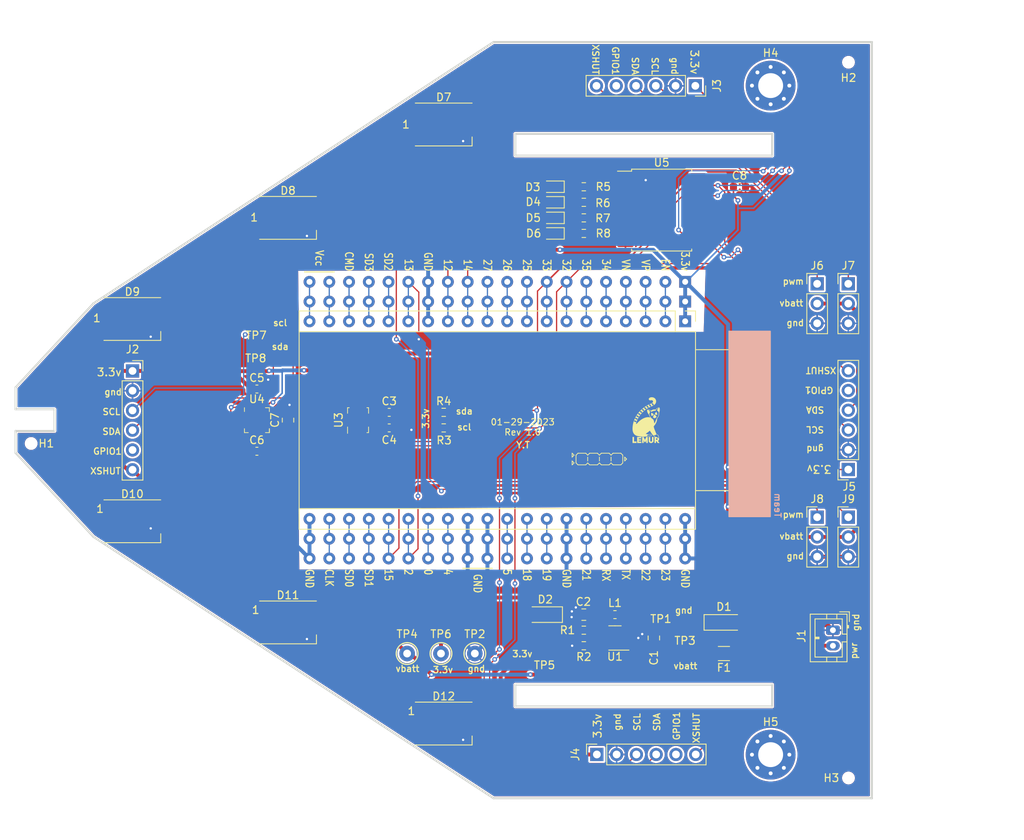
<source format=kicad_pcb>
(kicad_pcb (version 20221018) (generator pcbnew)
  (layers (0 "F.Cu" signal "Front") (31 "B.Cu" signal "Back") (34 "B.Paste" user) (35 "F.Paste" user) (36 "B.SilkS" user "B.Silkscreen") (37 "F.SilkS" user "F.Silkscreen") (38 "B.Mask" user) (39 "F.Mask" user) (44 "Edge.Cuts" user))
  (net 0 "")
  (net 1 "gnd")
  (net 2 "i2c_chain_0.scl")
  (net 3 "vbatt")
  (net 4 "i2c_chain_0.sda")
  (net 5 "v3v3")
  (net 6 "mcu.chip_pu")
  (net 7 "servo[0].pwm")
  (net 8 "servo[1].pwm")
  (net 9 "servo[2].pwm")
  (net 10 "servo[3].pwm")
  (net 11 "mcu.io2")
  (net 12 "mcu.io0")
  (net 13 "mcu.uart0.rx")
  (net 14 "mcu.uart0.tx")
  (net 15 "batt.pwr")
  (net 16 "leds.led[3].res.a")
  (net 17 "expander.io.led_3")
  (net 18 "reg_3v3.fb.output")
  (net 19 "leds.led[2].res.a")
  (net 20 "expander.io.led_2")
  (net 21 "leds.led[1].res.a")
  (net 22 "expander.io.led_1")
  (net 23 "leds.led[0].res.a")
  (net 24 "expander.io.led_0")
  (net 25 "reg_3v3.power_path.switch")
  (net 26 "expander.io.tof_xshut_1")
  (net 27 "expander.io.tof_xshut_2")
  (net 28 "expander.io.tof_xshut_3")
  (net 29 "imu.int1")
  (net 30 "imu.int2")
  (net 31 "ws2812bArray.led[0].dout")
  (net 32 "ws2812bArray.led[2].dout")
  (net 33 "ws2812bArray.led[1].dout")
  (net 34 "ws2812bArray.led[3].dout")
  (net 35 "ws2812bArray.dout")
  (net 36 "tof.gpio1.3")
  (net 37 "tof.gpio1.2")
  (net 38 "tof.gpio1.1")
  (net 39 "tof.gpio1.0")
  (net 40 "ws2812bArray.led[4].dout")
  (net 41 "mag.set_cap.pos")
  (net 42 "mag.c1.pos")
  (net 43 "mag.set_cap.neg")
  (net 44 "mag.drdy")
  (footprint "Package_TO_SOT_SMD:SOT-23-5" (layer "F.Cu") (at 162 88 180)
    (fp_text reference "U1")
    (fp_text value "AP3418 (Diodes Incorporated)")
  )
  (footprint "edg:TestPoint_TE_RCT_0805" (layer "F.Cu") (at 171 86)
    (fp_text reference "TP1")
    (fp_text value "5015 (Keystone) - gnd")
  )
  (footprint "Capacitor_SMD:C_0603_1608Metric" (layer "F.Cu") (at 116 64)
    (fp_text reference "C6")
    (fp_text value "")
  )
  (footprint "edg:TestPoint_TE_RCT_0805" (layer "F.Cu") (at 119 49)
    (fp_text reference "TP7")
    (fp_text value "5015 (Keystone) - i2c_chain_0.scl")
  )
  (footprint "Connector_PinHeader_2.54mm:PinHeader_1x03_P2.54mm_Vertical" (layer "F.Cu") (at 187.975 42.475)
    (fp_text reference "J6")
    (fp_text value "PinHeader2.54 1x3 (Generic)")
  )
  (footprint "Resistor_SMD:R_0603_1608Metric" (layer "F.Cu") (at 140 59)
    (fp_text reference "R4")
    (fp_text value "")
  )
  (footprint "Resistor_SMD:R_0603_1608Metric" (layer "F.Cu") (at 140 61)
    (fp_text reference "R3")
    (fp_text value "")
  )
  (footprint "Inductor_SMD:L_0603_1608Metric" (layer "F.Cu") (at 162 85 180)
    (fp_text reference "L1")
    (fp_text value "")
  )
  (footprint "Capacitor_SMD:C_0603_1608Metric" (layer "F.Cu") (at 133 59)
    (fp_text reference "C3")
    (fp_text value "")
  )
  (footprint "MountingHole:MountingHole_3.2mm_M3_Pad_Via" (layer "F.Cu") (at 182 103)
    (fp_text reference "H5")
    (fp_text value "M3")
  )
  (footprint "Resistor_SMD:R_1206_3216Metric" (layer "F.Cu") (at 176 90 180)
    (fp_text reference "F1")
    (fp_text value "MF-NSMF200-2 (BOURNS) - 6V 2A 100A 4A 1206 Resettable Fuses ROHS")
  )
  (footprint "Resistor_SMD:R_0603_1608Metric" (layer "F.Cu") (at 158 34)
    (fp_text reference "R7")
    (fp_text value "")
  )
  (footprint "edg:ESP32-WROVER-DEV_Chicken" (layer "F.Cu") (at 171.02 47.3 -90)
    (fp_text reference "U2")
    (fp_text value "ESP32-WROVER-DEV")
  )
  (footprint "Connector_PinHeader_2.54mm:PinHeader_1x03_P2.54mm_Vertical" (layer "F.Cu") (at 191.975 72.475)
    (fp_text reference "J9")
    (fp_text value "PinHeader2.54 1x3 (Generic)")
  )
  (footprint "Capacitor_SMD:C_0805_2012Metric" (layer "F.Cu") (at 158 85 180)
    (fp_text reference "C2")
    (fp_text value "")
  )
  (footprint "LED_SMD:LED_WS2812B_PLCC4_5.0x5.0mm_P3.2mm" (layer "F.Cu") (at 100 73)
    (fp_text reference "D10")
    (fp_text value "WS2812B (Worldsemi)")
  )
  (footprint "LED_SMD:LED_WS2812B_PLCC4_5.0x5.0mm_P3.2mm" (layer "F.Cu") (at 120 34)
    (fp_text reference "D8")
    (fp_text value "WS2812B (Worldsemi)")
  )
  (footprint "Resistor_SMD:R_0603_1608Metric" (layer "F.Cu") (at 158 30)
    (fp_text reference "R5")
    (fp_text value "")
  )
  (footprint "Package_LGA:LGA-16_3x3mm_P0.5mm" (layer "F.Cu") (at 116 60)
    (fp_text reference "U4")
    (fp_text value "QMC5883L (QST)")
  )
  (footprint "Capacitor_SMD:C_0603_1608Metric" (layer "F.Cu") (at 133 61)
    (fp_text reference "C4")
    (fp_text value "")
  )
  (footprint "TestPoint:TestPoint_Keystone_5000-5004_Miniature" (layer "F.Cu") (at 135.3 90)
    (fp_text reference "TP4")
    (fp_text value "5001 (Keystone) - vbatt")
  )
  (footprint "Connector_JST:JST_PH_B2B-PH-K_1x02_P2.00mm_Vertical" (layer "F.Cu") (at 190 87 -90)
    (fp_text reference "J1")
    (fp_text value "B2B-PH-K (JST)")
  )
  (footprint "edg:Symbol_LemurSmall" (layer "F.Cu") (at 166 60)
    (fp_text reference "U6" hide)
    (fp_text value "Lemur" hide)
  )
  (footprint "Diode_SMD:D_MiniMELF" (layer "F.Cu") (at 176 86)
    (fp_text reference "D1")
    (fp_text value "ZMM5V6-M (ST(Semtech)) - 100nA@1V 25? Single 5.2V~6V 500mW 5.6V LL-34 Zener Diodes ROHS")
  )
  (footprint "edg:JlcToolingHole_1.152mm" (layer "F.Cu") (at 87 63)
    (fp_text reference "H1")
    (fp_text value "")
  )
  (footprint "Resistor_SMD:R_0603_1608Metric" (layer "F.Cu") (at 158 32)
    (fp_text reference "R6")
    (fp_text value "")
  )
  (footprint "TestPoint:TestPoint_Keystone_5000-5004_Miniature" (layer "F.Cu") (at 144 90)
    (fp_text reference "TP2")
    (fp_text value "5001 (Keystone) - gnd")
  )
  (footprint "LED_SMD:LED_WS2812B_PLCC4_5.0x5.0mm_P3.2mm" (layer "F.Cu") (at 120 86)
    (fp_text reference "D11")
    (fp_text value "WS2812B (Worldsemi)")
  )
  (footprint "LED_SMD:LED_WS2812B_PLCC4_5.0x5.0mm_P3.2mm" (layer "F.Cu") (at 100 47)
    (fp_text reference "D9")
    (fp_text value "WS2812B (Worldsemi)")
  )
  (footprint "Connector_PinSocket_2.54mm:PinSocket_1x06_P2.54mm_Vertical" (layer "F.Cu") (at 100.025 53.675)
    (fp_text reference "J2")
    (fp_text value "PinSocket2.54 1x6 (Generic)")
  )
  (footprint "Resistor_SMD:R_0603_1608Metric" (layer "F.Cu") (at 158 89 180)
    (fp_text reference "R2")
    (fp_text value "")
  )
  (footprint "edg:TestPoint_TE_RCT_0805" (layer "F.Cu") (at 171 90)
    (fp_text reference "TP3")
    (fp_text value "5015 (Keystone) - vbatt")
  )
  (footprint "LED_SMD:LED_0603_1608Metric" (layer "F.Cu") (at 154 34 180)
    (fp_text reference "D5")
    (fp_text value "KT-0603R (Hubei KENTO Elec) - Red 615~630nm 1.9~2.2V 0603 Light Emitting Diodes (LED) RoHS")
  )
  (footprint "Package_SO:SOIC-16W_7.5x10.3mm_P1.27mm" (layer "F.Cu") (at 168 33)
    (fp_text reference "U5")
    (fp_text value "PCF8574AT (NXP)")
  )
  (footprint "LED_SMD:LED_0603_1608Metric" (layer "F.Cu") (at 154 30 180)
    (fp_text reference "D3")
    (fp_text value "KT-0603R (Hubei KENTO Elec) - Red 615~630nm 1.9~2.2V 0603 Light Emitting Diodes (LED) RoHS")
  )
  (footprint "MountingHole:MountingHole_3.2mm_M3_Pad_Via" (layer "F.Cu") (at 182 17)
    (fp_text reference "H4")
    (fp_text value "M3")
  )
  (footprint "Connector_PinHeader_2.54mm:PinHeader_1x03_P2.54mm_Vertical" (layer "F.Cu") (at 191.975 42.475)
    (fp_text reference "J7")
    (fp_text value "PinHeader2.54 1x3 (Generic)")
  )
  (footprint "Capacitor_SMD:C_0805_2012Metric" (layer "F.Cu") (at 120 60 90)
    (fp_text reference "C7")
    (fp_text value "")
  )
  (footprint "Connector_PinSocket_2.54mm:PinSocket_1x06_P2.54mm_Vertical" (layer "F.Cu") (at 191.975 66.35 180)
    (fp_text reference "J5")
    (fp_text value "PinSocket2.54 1x6 (Generic)")
  )
  (footprint "edg:TestPoint_TE_RCT_0805" (layer "F.Cu") (at 119 52)
    (fp_text reference "TP8")
    (fp_text value "5015 (Keystone) - i2c_tp._io_sda_link")
  )
  (footprint "Capacitor_SMD:C_0603_1608Metric" (layer "F.Cu") (at 178 30)
    (fp_text reference "C8")
    (fp_text value "")
  )
  (footprint "Connector_PinSocket_2.54mm:PinSocket_1x06_P2.54mm_Vertical" (layer "F.Cu") (at 159.675 102.975 90)
    (fp_text reference "J4")
    (fp_text value "PinSocket2.54 1x6 (Generic)")
  )
  (footprint "Capacitor_SMD:C_0603_1608Metric" (layer "F.Cu") (at 116 56)
    (fp_text reference "C5")
    (fp_text value "")
  )
  (footprint "edg:Symbol_Duckling" (layer "F.Cu") (at 160 60)
    (fp_text reference "U7" hide)
    (fp_text value "Duck" hide)
  )
  (footprint "edg:JlcToolingHole_1.152mm" (layer "F.Cu") (at 192 106)
    (fp_text reference "H3")
    (fp_text value "")
  )
  (footprint "Connector_PinHeader_2.54mm:PinHeader_1x03_P2.54mm_Vertical" (layer "F.Cu") (at 187.975 72.475)
    (fp_text reference "J8")
    (fp_text value "PinHeader2.54 1x3 (Generic)")
  )
  (footprint "Capacitor_SMD:C_0805_2012Metric" (layer "F.Cu") (at 167 88 90)
    (fp_text reference "C1")
    (fp_text value "")
  )
  (footprint "Diode_SMD:D_SOD-123" (layer "F.Cu") (at 153 85 180)
    (fp_text reference "D2")
    (fp_text value "BZT52C3V6 (SMC(Sangdest Microelectronicstronic (Nanjing))) - 5?A@1V 90? Single 3.6V~3.8V 350mW 3.4V SOD-123 Zener Diodes ROHS")
  )
  (footprint "edg:JlcToolingHole_1.152mm" (layer "F.Cu") (at 192 14)
    (fp_text reference "H2")
    (fp_text value "")
  )
  (footprint "LED_SMD:LED_0603_1608Metric" (layer "F.Cu") (at 154 32 180)
    (fp_text reference "D4")
    (fp_text value "KT-0603R (Hubei KENTO Elec) - Red 615~630nm 1.9~2.2V 0603 Light Emitting Diodes (LED) RoHS")
  )
  (footprint "Resistor_SMD:R_0603_1608Metric" (layer "F.Cu") (at 158 87)
    (fp_text reference "R1")
    (fp_text value "")
  )
  (footprint "Package_LGA:Bosch_LGA-14_3x2.5mm_P0.5mm" (layer "F.Cu") (at 129 60 90)
    (fp_text reference "U3")
    (fp_text value "LSM6DS3TR-C (STMicroelectronics)")
  )
  (footprint "LED_SMD:LED_WS2812B_PLCC4_5.0x5.0mm_P3.2mm" (layer "F.Cu") (at 140 22)
    (fp_text reference "D7")
    (fp_text value "WS2812B (Worldsemi)")
  )
  (footprint "edg:TestPoint_TE_RCT_0805" (layer "F.Cu") (at 153 90)
    (fp_text reference "TP5")
    (fp_text value "5015 (Keystone) - v3v3")
  )
  (footprint "edg:Indicator_IdDots_4" (layer "F.Cu") (at 160 65)
    (fp_text reference "U8" hide)
    (fp_text value "IdDots4")
  )
  (footprint "Connector_PinSocket_2.54mm:PinSocket_1x06_P2.54mm_Vertical" (layer "F.Cu") (at 172.325 17.025 -90)
    (fp_text reference "J3")
    (fp_text value "PinSocket2.54 1x6 (Generic)")
  )
  (footprint "Resistor_SMD:R_0603_1608Metric" (layer "F.Cu") (at 158 36)
    (fp_text reference "R8")
    (fp_text value "")
  )
  (footprint "LED_SMD:LED_0603_1608Metric" (layer "F.Cu") (at 154 36 180)
    (fp_text reference "D6")
    (fp_text value "KT-0603R (Hubei KENTO Elec) - Red 615~630nm 1.9~2.2V 0603 Light Emitting Diodes (LED) RoHS")
  )
  (footprint "TestPoint:TestPoint_Keystone_5000-5004_Miniature" (layer "F.Cu") (at 139.65 90)
    (fp_text reference "TP6")
    (fp_text value "5001 (Keystone) - v3v3")
  )
  (footprint "LED_SMD:LED_WS2812B_PLCC4_5.0x5.0mm_P3.2mm" (layer "F.Cu") (at 140 99)
    (fp_text reference "D12")
    (fp_text value "WS2812B (Worldsemi)")
  )
  (gr_rect (start 176.65 48.575) (end 181.95 72.4) (stroke (width 0.1524)) (fill solid) (layer "B.SilkS"))
  (gr_line (start 149.199742 23.199898) (end 182.199799 23.199898) (stroke (width 0.264583)) (layer "Edge.Cuts"))
  (gr_line (start 149.199742 25.999718) (end 149.199742 25.999718) (stroke (width 0.264583)) (layer "Edge.Cuts"))
  (gr_line (start 84.999946 61.400139) (end 84.999946 64.199974) (stroke (width 0.264583)) (layer "Edge.Cuts"))
  (gr_line (start 94.999854 44.999596) (end 84.999946 55.799965) (stroke (width 0.264583)) (layer "Edge.Cuts"))
  (gr_line (start 182.199799 93.99868) (end 182.199799 93.99868) (stroke (width 0.264583)) (layer "Edge.Cuts"))
  (gr_line (start 194.999955 108.599907) (end 194.999955 108.599907) (stroke (width 0.264583)) (layer "Edge.Cuts"))
  (gr_line (start 94.999854 44.999596) (end 94.999854 44.999596) (stroke (width 0.264583)) (layer "Edge.Cuts"))
  (gr_line (start 182.199799 96.80056) (end 149.199742 96.80056) (stroke (width 0.264583)) (layer "Edge.Cuts"))
  (gr_line (start 84.999946 58.5998) (end 84.999946 58.5998) (stroke (width 0.264583)) (layer "Edge.Cuts"))
  (gr_line (start 84.999946 61.400139) (end 84.999946 61.400139) (stroke (width 0.264583)) (layer "Edge.Cuts"))
  (gr_line (start 182.199799 93.99868) (end 182.199799 96.80056) (stroke (width 0.264583)) (layer "Edge.Cuts"))
  (gr_line (start 182.199799 23.199898) (end 182.199799 25.999718) (stroke (width 0.264583)) (layer "Edge.Cuts"))
  (gr_line (start 94.999854 74.998802) (end 146.399914 108.599907) (stroke (width 0.264583)) (layer "Edge.Cuts"))
  (gr_line (start 84.999946 64.199974) (end 94.999854 74.998802) (stroke (width 0.264583)) (layer "Edge.Cuts"))
  (gr_line (start 195.000054 11.400093) (end 195.000054 11.400093) (stroke (width 0.264583)) (layer "Edge.Cuts"))
  (gr_line (start 90.000158 58.5998) (end 90.000158 58.5998) (stroke (width 0.264583)) (layer "Edge.Cuts"))
  (gr_line (start 94.999854 74.998802) (end 94.999854 74.998802) (stroke (width 0.264583)) (layer "Edge.Cuts"))
  (gr_line (start 146.399914 11.400093) (end 94.999854 44.999596) (stroke (width 0.264583)) (layer "Edge.Cuts"))
  (gr_line (start 84.999946 58.5998) (end 90.000158 58.5998) (stroke (width 0.264583)) (layer "Edge.Cuts"))
  (gr_line (start 149.199742 96.80056) (end 149.199742 96.80056) (stroke (width 0.264583)) (layer "Edge.Cuts"))
  (gr_line (start 182.199799 25.999718) (end 149.199742 25.999718) (stroke (width 0.264583)) (layer "Edge.Cuts"))
  (gr_line (start 182.199799 23.199898) (end 182.199799 23.199898) (stroke (width 0.264583)) (layer "Edge.Cuts"))
  (gr_line (start 146.399914 108.599907) (end 194.999955 108.599907) (stroke (width 0.264583)) (layer "Edge.Cuts"))
  (gr_line (start 90.000158 61.400139) (end 84.999946 61.400139) (stroke (width 0.264583)) (layer "Edge.Cuts"))
  (gr_line (start 149.199742 96.80056) (end 149.199742 93.99868) (stroke (width 0.264583)) (layer "Edge.Cuts"))
  (gr_line (start 149.199742 93.99868) (end 182.199799 93.99868) (stroke (width 0.264583)) (layer "Edge.Cuts"))
  (gr_line (start 149.199742 25.999718) (end 149.199742 23.199898) (stroke (width 0.264583)) (layer "Edge.Cuts"))
  (gr_line (start 194.999955 108.599907) (end 195.000054 11.400093) (stroke (width 0.264583)) (layer "Edge.Cuts"))
  (gr_line (start 90.000158 58.5998) (end 90.000158 61.400139) (stroke (width 0.264583)) (layer "Edge.Cuts"))
  (gr_line (start 195.000054 11.400093) (end 146.399914 11.400093) (stroke (width 0.264583)) (layer "Edge.Cuts"))
  (gr_line (start 146.399914 108.599907) (end 146.399914 108.599907) (stroke (width 0.264583)) (layer "Edge.Cuts"))
  (gr_line (start 84.999946 64.199974) (end 84.999946 64.199974) (stroke (width 0.264583)) (layer "Edge.Cuts"))
  (gr_line (start 182.199799 25.999718) (end 182.199799 25.999718) (stroke (width 0.264583)) (layer "Edge.Cuts"))
  (gr_line (start 90.000158 61.400139) (end 90.000158 61.400139) (stroke (width 0.264583)) (layer "Edge.Cuts"))
  (gr_line (start 84.999946 55.799965) (end 84.999946 58.5998) (stroke (width 0.264583)) (layer "Edge.Cuts"))
  (gr_line (start 182.199799 96.80056) (end 182.199799 96.80056) (stroke (width 0.264583)) (layer "Edge.Cuts"))
  (gr_line (start 84.999946 55.799965) (end 84.999946 55.799965) (stroke (width 0.264583)) (layer "Edge.Cuts"))
  (gr_text "Team" (at 182.9 70.95 -90) (layer "B.SilkS") (effects (font (size 0.8128 0.8128) (thickness 0.1524)) (justify mirror)))
  (gr_text "Y.T" (at 150.2 63.2) (layer "F.SilkS") (effects (font (size 0.8128 0.8128) (thickness 0.1524))))
  (gr_text "pwr" (at 192.7 89.65 90) (layer "F.SilkS") (effects (font (size 0.8128 0.8128) (thickness 0.1524))))
  (gr_text "gnd" (at 169.672 14.478 -90) (layer "F.SilkS") (effects (font (size 0.8128 0.8128) (thickness 0.1524))))
  (gr_text "pwm" (at 184.912 42.164) (layer "F.SilkS") (effects (font (size 0.8128 0.8128) (thickness 0.1524))))
  (gr_text "gnd" (at 192.95 86 90) (layer "F.SilkS") (effects (font (size 0.8128 0.8128) (thickness 0.1524))))
  (gr_text "GPIO1" (at 96.804 64.01) (layer "F.SilkS") (effects (font (size 0.8128 0.8128) (thickness 0.1524))))
  (gr_text "gnd" (at 144.2 91.95) (layer "F.SilkS") (effects (font (size 0.8128 0.8128) (thickness 0.1524))))
  (gr_text "sda" (at 119 50.55) (layer "F.SilkS") (effects (font (size 0.8128 0.8128) (thickness 0.1524))))
  (gr_text "SCL" (at 167.132 14.478 -90) (layer "F.SilkS") (effects (font (size 0.8128 0.8128) (thickness 0.1524))))
  (gr_text "XSHUT\n" (at 96.55 66.55) (layer "F.SilkS") (effects (font (size 0.8128 0.8128) (thickness 0.1524))))
  (gr_text "GPIO1" (at 162.052 13.8 -90) (layer "F.SilkS") (effects (font (size 0.8128 0.8128) (thickness 0.1524))))
  (gr_text "SDA" (at 187.706 58.674 -180) (layer "F.SilkS") (effects (font (size 0.8128 0.8128) (thickness 0.1524))))
  (gr_text "3.3v\n" (at 139.9 92.1) (layer "F.SilkS") (effects (font (size 0.8128 0.8128) (thickness 0.1524))))
  (gr_text "SDA" (at 167.386 98.806 -270) (layer "F.SilkS") (effects (font (size 0.8128 0.8128) (thickness 0.1524))))
  (gr_text "3.3v" (at 150.1 90.05) (layer "F.SilkS") (effects (font (size 0.8128 0.8128) (thickness 0.1524))))
  (gr_text "GPIO1" (at 169.926 99.314 -270) (layer "F.SilkS") (effects (font (size 0.8128 0.8128) (thickness 0.1524))))
  (gr_text "vbatt" (at 135.35 91.95) (layer "F.SilkS") (effects (font (size 0.8128 0.8128) (thickness 0.1524))))
  (gr_text "GPIO1" (at 188.214 56.134 -180) (layer "F.SilkS") (effects (font (size 0.8128 0.8128) (thickness 0.1524))))
  (gr_text "XSHUT\n" (at 188.468 53.594 -180) (layer "F.SilkS") (effects (font (size 0.8128 0.8128) (thickness 0.1524))))
  (gr_text "pwm" (at 184.912 72.136) (layer "F.SilkS") (effects (font (size 0.8128 0.8128) (thickness 0.1524))))
  (gr_text "scl" (at 142.65 60.9) (layer "F.SilkS") (effects (font (size 0.8128 0.8128) (thickness 0.1524))))
  (gr_text "3.3v" (at 137.7 59.8 90) (layer "F.SilkS") (effects (font (size 0.8128 0.8128) (thickness 0.1524))))
  (gr_text "scl" (at 119 47.5) (layer "F.SilkS") (effects (font (size 0.8128 0.8128) (thickness 0.1524))))
  (gr_text "SCL" (at 97.312 58.93) (layer "F.SilkS") (effects (font (size 0.8128 0.8128) (thickness 0.1524))))
  (gr_text "gnd\n" (at 185.166 47.498) (layer "F.SilkS") (effects (font (size 0.8128 0.8128) (thickness 0.1524))))
  (gr_text "SCL" (at 187.706 61.214 -180) (layer "F.SilkS") (effects (font (size 0.8128 0.8128) (thickness 0.1524))))
  (gr_text "gnd\n" (at 185.166 77.47) (layer "F.SilkS") (effects (font (size 0.8128 0.8128) (thickness 0.1524))))
  (gr_text "3.3v" (at 97.028 53.848) (layer "F.SilkS") (effects (font (size 1 1))))
  (gr_text "3.3v" (at 159.766 99.314 -270) (layer "F.SilkS") (effects (font (size 1 1))))
  (gr_text "3.3v" (at 188.214 66.294 -180) (layer "F.SilkS") (effects (font (size 1 1))))
  (gr_text "sda\n" (at 142.65 58.85) (layer "F.SilkS") (effects (font (size 0.8128 0.8128) (thickness 0.1524))))
  (gr_text "gnd" (at 187.706 63.754 -180) (layer "F.SilkS") (effects (font (size 0.8128 0.8128) (thickness 0.1524))))
  (gr_text "vbatt" (at 184.658 74.93) (layer "F.SilkS") (effects (font (size 0.8128 0.8128) (thickness 0.1524))))
  (gr_text "vbatt" (at 184.658 44.958) (layer "F.SilkS") (effects (font (size 0.8128 0.8128) (thickness 0.1524))))
  (gr_text "01-29-2023\nRev 1.0" (at 150.15 60.9) (layer "F.SilkS") (effects (font (size 0.8128 0.8128) (thickness 0.125))))
  (gr_text "SCL" (at 164.846 98.806 -270) (layer "F.SilkS") (effects (font (size 0.8128 0.8128) (thickness 0.1524))))
  (gr_text "gnd" (at 170.85 84.45) (layer "F.SilkS") (effects (font (size 0.8128 0.8128) (thickness 0.1524))))
  (gr_text "XSHUT\n" (at 159.5 13.65 -90) (layer "F.SilkS") (effects (font (size 0.8128 0.8128) (thickness 0.1524))))
  (gr_text "3.3v" (at 172.212 13.97 -90) (layer "F.SilkS") (effects (font (size 1 1))))
  (gr_text "vbatt" (at 171.05 91.6) (layer "F.SilkS") (effects (font (size 0.8128 0.8128) (thickness 0.1524))))
  (gr_text "SDA" (at 164.592 14.478 -90) (layer "F.SilkS") (effects (font (size 0.8128 0.8128) (thickness 0.1524))))
  (gr_text "gnd" (at 162.306 98.806 -270) (layer "F.SilkS") (effects (font (size 0.8128 0.8128) (thickness 0.1524))))
  (gr_text "gnd" (at 97.536 56.388) (layer "F.SilkS") (effects (font (size 0.8128 0.8128) (thickness 0.1524))))
  (gr_text "XSHUT\n" (at 172.466 99.568 -270) (layer "F.SilkS") (effects (font (size 0.8128 0.8128) (thickness 0.1524))))
  (gr_text "SDA" (at 97.312 61.47) (layer "F.SilkS") (effects (font (size 0.8128 0.8128) (thickness 0.1524))))
  (segment (start 148.16 72.7) (end 148.16 77.78) (width 0.16) (layer "B.Cu") (net 0))
  (segment (start 158.32 72.7) (end 158.32 77.78) (width 0.16) (layer "B.Cu") (net 0))
  (segment (start 165.94 47.3) (end 165.94 42.22) (width 0.16) (layer "B.Cu") (net 0))
  (segment (start 127.84 77.78) (end 127.84 72.7) (width 0.16) (layer "B.Cu") (net 0))
  (segment (start 150.7 72.7) (end 150.7 77.78) (width 0.16) (layer "B.Cu") (net 0))
  (segment (start 125.3 72.7) (end 125.3 75.24) (width 0.16) (layer "B.Cu") (net 0))
  (segment (start 153.24 72.7) (end 153.24 77.78) (width 0.16) (layer "B.Cu") (net 0))
  (segment (start 125.3 42.22) (end 125.3 47.3) (width 0.16) (layer "B.Cu") (net 0))
  (segment (start 125.3 75.24) (end 125.3 77.78) (width 0.16) (layer "B.Cu") (net 0))
  (segment (start 150.7 42.22) (end 150.7 47.3) (width 0.16) (layer "B.Cu") (net 0))
  (segment (start 122.76 47.3) (end 122.76 42.22) (width 0.16) (layer "B.Cu") (net 0))
  (segment (start 160.86 42.22) (end 160.86 47.3) (width 0.16) (layer "B.Cu") (net 0))
  (segment (start 140.54 72.7) (end 140.54 77.78) (width 0.16) (layer "B.Cu") (net 0))
  (segment (start 168.48 77.78) (end 168.48 72.7) (width 0.16) (layer "B.Cu") (net 0))
  (segment (start 163.4 47.3) (end 163.4 42.22) (width 0.16) (layer "B.Cu") (net 0))
  (segment (start 165.94 72.7) (end 165.94 77.78) (width 0.16) (layer "B.Cu") (net 0))
  (segment (start 127.84 47.3) (end 127.84 42.22) (width 0.16) (layer "B.Cu") (net 0))
  (segment (start 130.38 72.7) (end 130.38 77.78) (width 0.16) (layer "B.Cu") (net 0))
  (segment (start 132.92 47.3) (end 132.92 42.22) (width 0.16) (layer "B.Cu") (net 0))
  (segment (start 130.38 42.22) (end 130.38 47.3) (width 0.16) (layer "B.Cu") (net 0))
  (segment (start 158.32 47.3) (end 158.32 42.22) (width 0.16) (layer "B.Cu") (net 0))
  (segment (start 145.62 42.22) (end 145.62 47.3) (width 0.16) (layer "B.Cu") (net 0))
  (segment (start 148.16 47.3) (end 148.16 42.22) (width 0.16) (layer "B.Cu") (net 0))
  (segment (start 156.75 85) (end 156.435 85.315) (width 0.5) (layer "F.Cu") (net 1))
  (segment (start 149.95 85) (end 151.35 85) (width 0.5) (layer "F.Cu") (net 1))
  (segment (start 142.45 100.6) (end 142.45 101.048) (width 0.16) (layer "F.Cu") (net 1))
  (segment (start 122.428 36.322) (end 122.428 35.622) (width 0.16) (layer "F.Cu") (net 1))
  (segment (start 144 90) (end 145.1 88.9) (width 0.5) (layer "F.Cu") (net 1))
  (segment (start 163.35 29.825) (end 165.275 29.825) (width 0.2) (layer "F.Cu") (net 1))
  (segment (start 190 87) (end 189.36 86.36) (width 0.5) (layer "F.Cu") (net 1))
  (segment (start 163.1375 88) (end 164.25 88) (width 0.2) (layer "F.Cu") (net 1))
  (segment (start 142.45 101.048) (end 142.494 101.092) (width 0.16) (layer "F.Cu") (net 1))
  (segment (start 129.55 60) (end 130.0125 60) (width 0.2) (layer "F.Cu") (net 1))
  (segment (start 157.05 85) (end 156.75 85) (width 0.5) (layer "F.Cu") (net 1))
  (segment (start 130.0125 59.5) (end 130.0125 60) (width 0.2) (layer "F.Cu") (net 1))
  (segment (start 169.15 29.15) (end 165.95 29.15) (width 0.2) (layer "F.Cu") (net 1))
  (segment (start 116.8 59.8) (end 116.8 60.55) (width 0.2) (layer "F.Cu") (net 1))
  (segment (start 120.190336 58.039164) (end 120.190336 58.859664) (width 0.16) (layer "F.Cu") (net 1))
  (segment (start 134.3 62.15) (end 129.6 62.15) (width 0.2) (layer "F.Cu") (net 1))
  (segment (start 170.4 27.9) (end 169.15 29.15) (width 0.2) (layer "F.Cu") (net 1))
  (segment (start 163.1375 88) (end 165 88) (width 0.5) (layer "F.Cu") (net 1))
  (segment (start 129.25 61.8) (end 129.25 61.2625) (width 0.2) (layer "F.Cu") (net 1))
  (segment (start 116.85 59.75) (end 116.8 59.8) (width 0.2) (layer "F.Cu") (net 1))
  (segment (start 135.6 61) (end 135.85 61.25) (width 0.2) (layer "F.Cu") (net 1))
  (segment (start 128.75 61.2625) (end 129.25 61.2625) (width 0.2) (layer "F.Cu") (net 1))
  (segment (start 117 60.75) (end 117.275 60.75) (width 0.2) (layer "F.Cu") (net 1))
  (segment (start 163.355 31.1) (end 163.35 31.095) (width 0.5) (layer "F.Cu") (net 1))
  (segment (start 167 87.05) (end 165.95 87.05) (width 0.5) (layer "F.Cu") (net 1))
  (segment (start 189.145 77.555) (end 190.415 77.555) (width 0.5) (layer "F.Cu") (net 1))
  (segment (start 102.362 48.688) (end 102.45 48.6) (width 0.16) (layer "F.Cu") (net 1))
  (segment (start 117.45 55.325) (end 116.775 56) (width 0.16) (layer "F.Cu") (net 1))
  (segment (start 129.25 61.2625) (end 129.25 60.3) (width 0.2) (layer "F.Cu") (net 1))
  (segment (start 133.775 59) (end 135.85 61.075) (width 0.2) (layer "F.Cu") (net 1))
  (segment (start 156.972 84.922) (end 157.05 85) (width 0.16) (layer "F.Cu") (net 1))
  (segment (start 156.972 84.778) (end 156.75 85) (width 0.5) (layer "F.Cu") (net 1))
  (segment (start 102.362 49.276) (end 102.362 48.688) (width 0.16) (layer "F.Cu") (net 1))
  (segment (start 156.972 84.074) (end 156.972 84.778) (width 0.5) (layer "F.Cu") (net 1))
  (segment (start 176.675 27.9) (end 178.775 30) (width 0.2) (layer "F.Cu") (net 1))
  (segment (start 170.4 27.9) (end 176.675 27.9) (width 0.2) (layer "F.Cu") (net 1))
  (segment (start 157.175 89) (end 156.5 89) (width 0.2) (layer "F.Cu") (net 1))
  (segment (start 142.494 23.644) (end 142.45 23.6) (width 0.16) (layer "F.Cu") (net 1))
  (segment (start 165.95 29.15) (end 164.005 31.095) (width 0.2) (layer "F.Cu") (net 1))
  (segment (start 165.505 28.555) (end 163.35 28.555) (width 0.2) (layer "F.Cu") (net 1))
  (segment (start 165.95 29) (end 165.505 28.555) (width 0.2) (layer "F.Cu") (net 1))
  (segment (start 145.1 88.9) (end 146.05 88.9) (width 0.5) (layer "F.Cu") (net 1))
  (segment (start 133.775 61) (end 133.775 59) (width 0.2) (layer "F.Cu") (net 1))
  (segment (start 165 88) (end 165.95 87.05) (width 0.5) (layer "F.Cu") (net 1))
  (segment (start 165.95 29.15) (end 165.95 29) (width 0.2) (layer "F.Cu") (net 1))
  (segment (start 122.428 35.622) (end 122.45 35.6) (width 0.16) (layer "F.Cu") (net 1))
  (segment (start 128.25 61.2625) (end 128.75 61.2625) (width 0.2) (layer "F.Cu") (net 1))
  (segment (start 165 88) (end 164.25 88) (width 0.2) (layer "F.Cu") (net 1))
  (segment (start 135.85 61.25) (end 135.2 61.25) (width 0.2) (layer "F.Cu") (net 1))
  (segment (start 156.882 85) (end 157.05 85) (width 0.16) (layer "F.Cu") (net 1))
  (segment (start 120.190336 58.859664) (end 120 59.05) (width 0.16) (layer "F.Cu") (net 1))
  (segment (start 178.11 86.36) (end 177.75 86) (width 0.5) (layer "F.Cu") (net 1))
  (segment (start 187.975 77.555) (end 189.145 77.555) (width 0.5) (layer "F.Cu") (net 1))
  (segment (start 133.775 61) (end 135.6 61) (width 0.2) (layer "F.Cu") (net 1))
  (segment (start 129.25 60.3) (end 129.55 60) (width 0.2) (layer "F.Cu") (net 1))
  (segment (start 122.45 87.6) (end 122.45 88.116) (width 0.16) (layer "F.Cu") (net 1))
  (segment (start 146.05 88.9) (end 149.95 85) (width 0.5) (layer "F.Cu") (net 1))
  (segment (start 117.275 59.75) (end 119.3 59.75) (width 0.2) (layer "F.Cu") (net 1))
  (segment (start 116.8 60.55) (end 117 60.75) (width 0.2) (layer "F.Cu") (net 1))
  (segment (start 142.494 24.13) (end 142.494 23.644) (width 0.16) (layer "F.Cu") (net 1))
  (segment (start 117.275 59.75) (end 116.85 59.75) (width 0.2) (layer "F.Cu") (net 1))
  (segment (start 117.45 54.8) (end 117.45 55.325) (width 0.16) (layer "F.Cu") (net 1))
  (segment (start 190.415 77.555) (end 191.975 77.555) (width 0.5) (layer "F.Cu") (net 1))
  (segment (start 102.362 74.512) (end 102.45 74.6) (width 0.16) (layer "F.Cu") (net 1))
  (segment (start 135.2 61.25) (end 134.3 62.15) (width 0.2) (layer "F.Cu") (net 1))
  (segment (start 189.36 86.36) (end 178.11 86.36) (width 0.5) (layer "F.Cu") (net 1))
  (segment (start 135.85 61.075) (end 135.85 61.25) (width 0.2) (layer "F.Cu") (net 1))
  (segment (start 156.464 84.582) (end 156.882 85) (width 0.16) (layer "F.Cu") (net 1))
  (segment (start 165.275 29.825) (end 165.95 29.15) (width 0.2) (layer "F.Cu") (net 1))
  (segment (start 119.3 59.75) (end 120 59.05) (width 0.2) (layer "F.Cu") (net 1))
  (segment (start 122.45 88.116) (end 122.428 88.138) (width 0.16) (layer "F.Cu") (net 1))
  (segment (start 156.972 84.074) (end 156.972 84.922) (width 0.16) (layer "F.Cu") (net 1))
  (segment (start 129.6 62.15) (end 129.25 61.8) (width 0.2) (layer "F.Cu") (net 1))
  (segment (start 102.362 73.914) (end 102.362 74.512) (width 0.16) (layer "F.Cu") (net 1))
  (segment (start 164.005 31.095) (end 163.35 31.095) (width 0.2) (layer "F.Cu") (net 1))
  (via (at 156.5 89) (size 0.6) (drill 0.3) (layers "F.Cu" "B.Cu") (net 1))
  (via (at 122.428 36.322) (size 0.6) (drill 0.3) (layers "F.Cu" "B.Cu") (net 1))
  (via (at 156.972 84.074) (size 0.6) (drill 0.3) (layers "F.Cu" "B.Cu") (net 1))
  (via (at 117.45 54.8) (size 0.6) (drill 0.3) (layers "F.Cu" "B.Cu") (net 1))
  (via (at 122.428 88.138) (size 0.6) (drill 0.3) (layers "F.Cu" "B.Cu") (net 1))
  (via (at 102.362 73.914) (size 0.6) (drill 0.3) (layers "F.Cu" "B.Cu") (net 1))
  (via (at 142.494 24.13) (size 0.6) (drill 0.3) (layers "F.Cu" "B.Cu") (net 1))
  (via (at 156.464 84.582) (size 0.6) (drill 0.3) (layers "F.Cu" "B.Cu") (net 1))
  (via (at 156.435 85.315) (size 0.6) (drill 0.3) (layers "F.Cu" "B.Cu") (net 1))
  (via (at 165.5 87.5) (size 0.6) (drill 0.3) (layers "F.Cu" "B.Cu") (net 1))
  (via (at 135.85 61.25) (size 0.6) (drill 0.3) (layers "F.Cu" "B.Cu") (net 1))
  (via (at 120.190336 58.039164) (size 0.6) (drill 0.3) (layers "F.Cu" "B.Cu") (net 1))
  (via (at 102.362 49.276) (size 0.6) (drill 0.3) (layers "F.Cu" "B.Cu") (net 1))
  (via (at 142.494 101.092) (size 0.6) (drill 0.3) (layers "F.Cu" "B.Cu") (net 1))
  (via (at 165 88) (size 0.6) (drill 0.3) (layers "F.Cu" "B.Cu") (net 1))
  (via (at 165.95 29.15) (size 0.6) (drill 0.3) (layers "F.Cu" "B.Cu") (net 1))
  (segment (start 119.85 70.7) (end 113.2 64.05) (width 0.16) (layer "B.Cu") (net 1))
  (segment (start 119.8 70.7) (end 119.9 70.8) (width 0.16) (layer "B.Cu") (net 1))
  (segment (start 120.23 75.25) (end 122.76 77.78) (width 0.5) (layer "B.Cu") (net 1))
  (segment (start 122.76 72.7) (end 122.76 75.24) (width 0.5) (layer "B.Cu") (net 1))
  (segment (start 135.85 61.25) (end 135.85 61.762) (width 0.5) (layer "B.Cu") (net 1))
  (segment (start 120.190336 58.039164) (end 120.239164 58.039164) (width 0.16) (layer "B.Cu") (net 1))
  (segment (start 171.02 75.24) (end 171.02 77.78) (width 0.5) (layer "B.Cu") (net 1))
  (segment (start 119.85 70.65) (end 119.85 74.9) (width 0.5) (layer "B.Cu") (net 1))
  (segment (start 134.112 63.5) (end 127 63.5) (width 0.5) (layer "B.Cu") (net 1))
  (segment (start 171.02 72.7) (end 171.02 75.24) (width 0.5) (layer "B.Cu") (net 1))
  (segment (start 155.78 77.78) (end 155.78 82.882) (width 0.5) (layer "B.Cu") (net 1))
  (segment (start 117.25 54.8) (end 117.45 54.8) (width 0.16) (layer "B.Cu") (net 1))
  (segment (start 113.2 58.85) (end 117.25 54.8) (width 0.16) (layer "B.Cu") (net 1))
  (segment (start 155.78 82.882) (end 156.972 84.074) (width 0.5) (layer "B.Cu") (net 1))
  (segment (start 127 63.5) (end 119.85 70.65) (width 0.5) (layer "B.Cu") (net 1))
  (segment (start 145.62 77.78) (end 145.62 75.24) (width 0.5) (layer "B.Cu") (net 1))
  (segment (start 143.08 89.08) (end 144 90) (width 0.5) (layer "B.Cu") (net 1))
  (segment (start 143.08 77.78) (end 143.08 75.24) (width 0.5) (layer "B.Cu") (net 1))
  (segment (start 122.76 75.24) (end 122.76 77.78) (width 0.5) (layer "B.Cu") (net 1))
  (segment (start 113.2 64.05) (end 113.2 58.85) (width 0.16) (layer "B.Cu") (net 1))
  (segment (start 135.85 61.762) (end 134.112 63.5) (width 0.5) (layer "B.Cu") (net 1))
  (segment (start 120.239164 58.039164) (end 119.8 58.478328) (width 0.16) (layer "B.Cu") (net 1))
  (segment (start 138 47.3) (end 138 44.76) (width 0.5) (layer "B.Cu") (net 1))
  (segment (start 143.08 75.24) (end 143.08 72.7) (width 0.5) (layer "B.Cu") (net 1))
  (segment (start 155.78 72.7) (end 155.78 75.24) (width 0.5) (layer "B.Cu") (net 1))
  (segment (start 119.9 70.7) (end 119.85 70.7) (width 0.16) (layer "B.Cu") (net 1))
  (segment (start 119.85 74.9) (end 120.2 75.25) (width 0.5) (layer "B.Cu") (net 1))
  (segment (start 171.02 77.78) (end 187.75 77.78) (width 0.5) (layer "B.Cu") (net 1))
  (segment (start 120.2 75.25) (end 120.23 75.25) (width 0.5) (layer "B.Cu") (net 1))
  (segment (start 145.62 77.78) (end 145.62 88.38) (width 0.5) (layer "B.Cu") (net 1))
  (segment (start 155.78 75.24) (end 155.78 77.78) (width 0.5) (layer "B.Cu") (net 1))
  (segment (start 138 42.22) (end 138 28.624) (width 0.5) (layer "B.Cu") (net 1))
  (segment (start 138 42.22) (end 138 44.76) (width 0.5) (layer "B.Cu") (net 1))
  (segment (start 187.75 77.78) (end 187.975 77.555) (width 0.5) (layer "B.Cu") (net 1))
  (segment (start 143.08 77.78) (end 143.08 89.08) (width 0.5) (layer "B.Cu") (net 1))
  (segment (start 119.8 58.478328) (end 119.8 70.7) (width 0.16) (layer "B.Cu") (net 1))
  (segment (start 145.62 88.38) (end 144 90) (width 0.5) (layer "B.Cu") (net 1))
  (segment (start 138 28.624) (end 142.494 24.13) (width 0.5) (layer "B.Cu") (net 1))
  (segment (start 145.62 75.24) (end 145.62 72.7) (width 0.5) (layer "B.Cu") (net 1))
  (segment (start 171.8 21.3) (end 167.525 17.025) (width 0.16) (layer "F.Cu") (net 2))
  (segment (start 154.5 43.5) (end 155.78 42.22) (width 0.16) (layer "F.Cu") (net 2))
  (segment (start 183.4 27.95) (end 183.95 27.4) (width 0.16) (layer "F.Cu") (net 2))
  (segment (start 112.65 58.4) (end 112.65 62.543467) (width 0.16) (layer "F.Cu") (net 2))
  (segment (start 126.111594 63.3) (end 139.515 63.3) (width 0.16) (layer "F.Cu") (net 2))
  (segment (start 182.7 21.3) (end 171.8 21.3) (width 0.16) (layer "F.Cu") (net 2))
  (segment (start 124.706594 64.705) (end 126.111594 63.3) (width 0.16) (layer "F.Cu") (net 2))
  (segment (start 112.65 62.543467) (end 114.811533 64.705) (width 0.16) (layer "F.Cu") (net 2))
  (segment (start 149.152 80.998) (end 149.152 70.048) (width 0.16) (layer "F.Cu") (net 2))
  (segment (start 183.95 22.55) (end 182.7 21.3) (width 0.16) (layer "F.Cu") (net 2))
  (segment (start 112.7 58.35) (end 113.825 58.35) (width 0.16) (layer "F.Cu") (net 2))
  (segment (start 113.825 58.35) (end 114.725 59.25) (width 0.16) (layer "F.Cu") (net 2))
  (segment (start 140.825 61.99) (end 140.825 61) (width 0.16) (layer "F.Cu") (net 2))
  (segment (start 175.2 31.15) (end 170.7 31.15) (width 0.16) (layer "F.Cu") (net 2))
  (segment (start 152.25 61) (end 140.825 61) (width 0.16) (layer "F.Cu") (net 2))
  (segment (start 158.046 39.954) (end 161.874 39.954) (width 0.16) (layer "F.Cu") (net 2))
  (segment (start 183.95 27.4) (end 183.95 22.55) (width 0.16) (layer "F.Cu") (net 2))
  (segment (start 169.7 32.15) (end 169.7 34.15) (width 0.16) (layer "F.Cu") (net 2))
  (segment (start 139.515 63.3) (end 140.825 61.99) (width 0.16) (layer "F.Cu") (net 2))
  (segment (start 120.655 55.446594) (end 120.655 50.655) (width 0.16) (layer "F.Cu") (net 2))
  (segment (start 163.59 104.14) (end 164.755 102.975) (width 0.16) (layer "F.Cu") (net 2))
  (segment (start 125.208406 60) (end 120.655 55.446594) (width 0.16) (layer "F.Cu") (net 2))
  (segment (start 145.9 91.4) (end 145.9 96.37) (width 0.16) (layer "F.Cu") (net 2))
  (segment (start 191.975 61.27) (end 189.85 59.145) (width 0.16) (layer "F.Cu") (net 2))
  (segment (start 114.811533 64.705) (end 124.706594 64.705) (width 0.16) (layer "F.Cu") (net 2))
  (segment (start 177.128 39.878) (end 163.574599 39.878) (width 0.16) (layer "F.Cu") (net 2))
  (segment (start 112.7 58.35) (end 112.65 58.4) (width 0.16) (layer "F.Cu") (net 2))
  (segment (start 120.655 50.655) (end 119 49) (width 0.16) (layer "F.Cu") (net 2))
  (segment (start 154.5 58.9) (end 154.5 43.5) (width 0.16) (layer "F.Cu") (net 2))
  (segment (start 127.9875 60) (end 125.208406 60) (width 0.16) (layer "F.Cu") (net 2))
  (segment (start 146.55 90.75) (end 145.9 91.4) (width 0.16) (layer "F.Cu") (net 2))
  (segment (start 167.525 17.025) (end 167.245 17.025) (width 0.16) (layer "F.Cu") (net 2))
  (segment (start 153.67 104.14) (end 163.59 104.14) (width 0.16) (layer "F.Cu") (net 2))
  (segment (start 169.7 34.15) (end 164 39.85) (width 0.16) (layer "F.Cu") (net 2))
  (segment (start 145.9 96.37) (end 153.67 104.14) (width 0.16) (layer "F.Cu") (net 2))
  (segment (start 163.498599 39.954) (end 161.798 39.954) (width 0.16) (layer "F.Cu") (net 2))
  (segment (start 163.574599 39.878) (end 163.498599 39.954) (width 0.16) (layer "F.Cu") (net 2))
  (segment (start 152.325 61.075) (end 154.5 58.9) (width 0.16) (layer "F.Cu") (net 2))
  (segment (start 189.85 59.145) (end 189.85 52.6) (width 0.16) (layer "F.Cu") (net 2))
  (segment (start 189.85 52.6) (end 177.128 39.878) (width 0.16) (layer "F.Cu") (net 2))
  (segment (start 170.7 31.15) (end 169.7 32.15) (width 0.16) (layer "F.Cu") (net 2))
  (segment (start 152.325 61.075) (end 152.25 61) (width 0.16) (layer "F.Cu") (net 2))
  (segment (start 114.5 49) (end 119 49) (width 0.16) (layer "F.Cu") (net 2))
  (segment (start 155.78 42.22) (end 158.046 39.954) (width 0.16) (layer "F.Cu") (net 2))
  (via (at 149.152 80.998) (size 0.6) (drill 0.3) (layers "F.Cu" "B.Cu") (net 2))
  (via (at 175.2 31.15) (size 0.6) (drill 0.3) (layers "F.Cu" "B.Cu") (net 2))
  (via (at 152.325 61.075) (size 0.6) (drill 0.3) (layers "F.Cu" "B.Cu") (net 2))
  (via (at 183.4 27.95) (size 0.6) (drill 0.3) (layers "F.Cu" "B.Cu") (net 2))
  (via (at 112.7 58.35) (size 0.6) (drill 0.3) (layers "F.Cu" "B.Cu") (net 2))
  (via (at 114.5 49) (size 0.6) (drill 0.3) (layers "F.Cu" "B.Cu") (net 2))
  (via (at 146.55 90.75) (size 0.6) (drill 0.3) (layers "F.Cu" "B.Cu") (net 2))
  (via (at 149.152 70.048) (size 0.6) (drill 0.3) (layers "F.Cu" "B.Cu") (net 2))
  (segment (start 152.325 61.075) (end 149.152 64.248) (width 0.16) (layer "B.Cu") (net 2))
  (segment (start 183.05 27.95) (end 180.52 30.48) (width 0.16) (layer "B.Cu") (net 2))
  (segment (start 102.9 55.88) (end 100.025 58.755) (width 0.16) (layer "B.Cu") (net 2))
  (segment (start 183.4 27.95) (end 183.05 27.95) (width 0.16) (layer "B.Cu") (net 2))
  (segment (start 114.3 49.2) (end 114.3 55.88) (width 0.16) (layer "B.Cu") (net 2))
  (segment (start 180.52 30.48) (end 175.87 30.48) (width 0.16) (layer "B.Cu") (net 2))
  (segment (start 114.3 56.75) (end 112.7 58.35) (width 0.16) (layer "B.Cu") (net 2))
  (segment (start 146.635534 90.75) (end 146.55 90.75) (width 0.16) (layer "B.Cu") (net 2))
  (segment (start 149.152 64.248) (end 149.152 70.048) (width 0.16) (layer "B.Cu") (net 2))
  (segment (start 175.87 30.48) (end 175.2 31.15) (width 0.16) (layer "B.Cu") (net 2))
  (segment (start 114.5 49) (end 114.3 49.2) (width 0.16) (layer "B.Cu") (net 2))
  (segment (start 149.152 88.233534) (end 146.635534 90.75) (width 0.16) (layer "B.Cu") (net 2))
  (segment (start 155.78 42.22) (end 155.78 47.3) (width 0.16) (layer "B.Cu") (net 2))
  (segment (start 114.3 55.88) (end 102.9 55.88) (width 0.16) (layer "B.Cu") (net 2))
  (segment (start 114.3 55.88) (end 114.3 56.75) (width 0.16) (layer "B.Cu") (net 2))
  (segment (start 149.152 80.998) (end 149.152 88.233534) (width 0.16) (layer "B.Cu") (net 2))
  (segment (start 116.55 35.85) (end 116.55 34.886) (width 0.2) (layer "F.Cu") (net 3))
  (segment (start 116.586 33.274) (end 117.46 32.4) (width 0.2) (layer "F.Cu") (net 3))
  (segment (start 116.586 34.85) (end 116.586 33.274) (width 0.2) (layer "F.Cu") (net 3))
  (segment (start 135.72 90) (end 138.43 92.71) (width 0.5) (layer "F.Cu") (net 3))
  (segment (start 174.5375 86.2875) (end 174.25 86) (width 0.5) (layer "F.Cu") (net 3))
  (segment (start 166.834239 92.71) (end 169.544239 90) (width 0.5) (layer "F.Cu") (net 3))
  (segment (start 97.893026 75.438) (end 98.605026 76.15) (width 0.2) (layer "F.Cu") (net 3))
  (segment (start 174.25 81.02) (end 174.25 86) (width 0.5) (layer "F.Cu") (net 3))
  (segment (start 116.55 34.886) (end 116.586 34.85) (width 0.2) (layer "F.Cu") (net 3))
  (segment (start 96.52 72.18) (end 96.52 75.32) (width 0.2) (layer "F.Cu") (net 3))
  (segment (start 107.15 76.15) (end 115.4 84.4) (width 0.2) (layer "F.Cu") (net 3))
  (segment (start 193.7 73.29) (end 193.7 46.74) (width 0.5) (layer "F.Cu") (net 3))
  (segment (start 126.95 31.2) (end 118.75 31.2) (width 0.2) (layer "F.Cu") (net 3))
  (segment (start 135.3 90) (end 135.72 90) (width 0.5) (layer "F.Cu") (net 3))
  (segment (start 191.975 75.015) (end 193.7 73.29) (width 0.5) (layer "F.Cu") (net 3))
  (segment (start 117.55 84.53) (end 117.55 84.4) (width 0.5) (layer "F.Cu") (net 3))
  (segment (start 118.75 31.2) (end 117.55 32.4) (width 0.2) (layer "F.Cu") (net 3))
  (segment (start 174.5375 90) (end 174.5375 86.2875) (width 0.5) (layer "F.Cu") (net 3))
  (segment (start 162 87.5) (end 161.55 87.05) (width 0.2) (layer "F.Cu") (net 3))
  (segment (start 180.255 75.015) (end 174.25 81.02) (width 0.5) (layer "F.Cu") (net 3))
  (segment (start 167 88.95) (end 168.82 88.95) (width 0.5) (layer "F.Cu") (net 3))
  (segment (start 117.46 32.4) (end 117.55 32.4) (width 0.2) (layer "F.Cu") (net 3))
  (segment (start 168.82 88.95) (end 170.04 90.17) (width 0.5) (layer "F.Cu") (net 3))
  (segment (start 137.55 20.4) (end 137.55 20.6) (width 0.2) (layer "F.Cu") (net 3))
  (segment (start 193.7 46.74) (end 191.975 45.015) (width 0.5) (layer "F.Cu") (net 3))
  (segment (start 97.55 45.4) (end 98.5 44.45) (width 0.2) (layer "F.Cu") (net 3))
  (segment (start 137.55 97.4) (end 137.55 93.59) (width 0.16) (layer "F.Cu") (net 3))
  (segment (start 135.3 90) (end 131.66 86.36) (width 0.5) (layer "F.Cu") (net 3))
  (segment (start 107.95 44.45) (end 116.55 35.85) (width 0.2) (layer "F.Cu") (net 3))
  (segment (start 96.2 70.05) (end 97.55 71.4) (width 0.2) (layer "F.Cu") (net 3))
  (segment (start 96.2 46.75) (end 96.2 70.05) (width 0.2) (layer "F.Cu") (net 3))
  (segment (start 187.975 75.015) (end 180.255 75.015) (width 0.5) (layer "F.Cu") (net 3))
  (segment (start 131.66 86.36) (end 119.38 86.36) (width 0.5) (layer "F.Cu") (net 3))
  (segment (start 96.638 75.438) (end 97.893026 75.438) (width 0.2) (layer "F.Cu") (net 3))
  (segment (start 161.55 87.05) (end 160.8625 87.05) (width 0.2) (layer "F.Cu") (net 3))
  (segment (start 97.55 71.4) (end 97.3 71.4) (width 0.2) (layer "F.Cu") (net 3))
  (segment (start 97.3 71.4) (end 96.52 72.18) (width 0.2) (layer "F.Cu") (net 3))
  (segment (start 98.605026 76.15) (end 107.15 76.15) (width 0.2) (layer "F.Cu") (net 3))
  (segment (start 119.38 86.36) (end 117.55 84.53) (width 0.5) (layer "F.Cu") (net 3))
  (segment (start 97.55 45.4) (end 96.2 46.75) (width 0.2) (layer "F.Cu") (net 3))
  (segment (start 162 88.5) (end 162 87.5) (width 0.2) (layer "F.Cu") (net 3))
  (segment (start 191.975 75.015) (end 187.975 75.015) (width 0.5) (layer "F.Cu") (net 3))
  (segment (start 162.45 88.95) (end 162 88.5) (width 0.2) (layer "F.Cu") (net 3))
  (segment (start 170.83 90.17) (end 171 90) (width 0.5) (layer "F.Cu") (net 3))
  (segment (start 137.55 20.6) (end 126.95 31.2) (width 0.2) (layer "F.Cu") (net 3))
  (segment (start 115.4 84.4) (end 117.55 84.4) (width 0.2) (layer "F.Cu") (net 3))
  (segment (start 171 90) (end 174.5375 90) (width 0.5) (layer "F.Cu") (net 3))
  (segment (start 96.52 75.32) (end 96.638 75.438) (width 0.2) (layer "F.Cu") (net 3))
  (segment (start 98.5 44.45) (end 107.95 44.45) (width 0.2) (layer "F.Cu") (net 3))
  (segment (start 151.13 92.71) (end 166.834239 92.71) (width 0.5) (layer "F.Cu") (net 3))
  (segment (start 191.975 45.015) (end 187.975 45.015) (width 0.5) (layer "F.Cu") (net 3))
  (segment (start 137.55 93.59) (end 138.43 92.71) (width 0.16) (layer "F.Cu") (net 3))
  (segment (start 163.1375 88.95) (end 167 88.95) (width 0.5) (layer "F.Cu") (net 3))
  (segment (start 170.04 90.17) (end 170.83 90.17) (width 0.5) (layer "F.Cu") (net 3))
  (segment (start 163.1375 88.95) (end 162.45 88.95) (width 0.2) (layer "F.Cu") (net 3))
  (segment (start 169.544239 90) (end 171 90) (width 0.5) (layer "F.Cu") (net 3))
  (via (at 138.43 92.71) (size 0.6) (drill 0.3) (layers "F.Cu" "B.Cu") (net 3))
  (via (at 151.13 92.71) (size 0.6) (drill 0.3) (layers "F.Cu" "B.Cu") (net 3))
  (segment (start 138.43 92.71) (end 151.13 92.71) (width 0.5) (layer "B.Cu") (net 3))
  (segment (start 118.11 57.15) (end 121.6 57.15) (width 0.16) (layer "F.Cu") (net 4))
  (segment (start 193.055 52.405) (end 193.055 57.65) (width 0.16) (layer "F.Cu") (net 4))
  (segment (start 127 62.75) (end 138.898112 62.75) (width 0.16) (layer "F.Cu") (net 4))
  (segment (start 165.47 104.8) (end 167.295 102.975) (width 0.16) (layer "F.Cu") (net 4))
  (segment (start 152.05 43.41) (end 152.05 58.65) (width 0.16) (layer "F.Cu") (net 4))
  (segment (start 121.6 57.15) (end 124.95 60.5) (width 0.16) (layer "F.Cu") (net 4))
  (segment (start 163.685909 39.3) (end 156.16 39.3) (width 0.2) (layer "F.Cu") (net 4))
  (segment (start 151.95 58.75) (end 141.075 58.75) (width 0.16) (layer "F.Cu") (net 4))
  (segment (start 118.11 57.15) (end 118.11 52.89) (width 0.16) (layer "F.Cu") (net 4))
  (segment (start 183.5 22.75) (end 182.5 21.75) (width 0.16) (layer "F.Cu") (net 4))
  (segment (start 176.1 30.7) (end 176.1 37.336594) (width 0.16) (layer "F.Cu") (net 4))
  (segment (start 175.225 29.825) (end 170.925 29.825) (width 0.2) (layer "F.Cu") (net 4))
  (segment (start 115.25 58.725) (end 115.25 58.34) (width 0.16) (layer "F.Cu") (net 4))
  (segment (start 116.44 57.15) (end 118.11 57.15) (width 0.16) (layer "F.Cu") (net 4))
  (segment (start 127.9875 60.5) (end 127.9875 60.6775) (width 0.16) (layer "F.Cu") (net 4))
  (segment (start 127.9875 60.6775) (end 127 61.665) (width 0.16) (layer "F.Cu") (net 4))
  (segment (start 169.1 33.885909) (end 163.685909 39.3) (width 0.2) (layer "F.Cu") (net 4))
  (segment (start 170.925 29.825) (end 169.1 31.65) (width 0.2) (layer "F.Cu") (net 4))
  (segment (start 116.44 57.15) (end 104.17 57.15) (width 0.16) (layer "F.Cu") (net 4))
  (segment (start 176.1 37.336594) (end 190.863406 52.1) (width 0.16) (layer "F.Cu") (net 4))
  (segment (start 183.5 26.69) (end 183.5 22.75) (width 0.16) (layer "F.Cu") (net 4))
  (segment (start 147.168 70.032) (end 147.168 80.882) (width 0.16) (layer "F.Cu") (net 4))
  (segment (start 145.2 96.55) (end 153.45 104.8) (width 0.16) (layer "F.Cu") (net 4))
  (segment (start 182.25 27.94) (end 183.5 26.69) (width 0.16) (layer "F.Cu") (net 4))
  (segment (start 140.195 61.453112) (end 140.195 59.63) (width 0.16) (layer "F.Cu") (net 4))
  (segment (start 192.75 52.1) (end 193.055 52.405) (width 0.16) (layer "F.Cu") (net 4))
  (segment (start 153.24 42.22) (end 152.05 43.41) (width 0.16) (layer "F.Cu") (net 4))
  (segment (start 190.863406 52.1) (end 192.75 52.1) (width 0.16) (layer "F.Cu") (net 4))
  (segment (start 145.2 91.350466) (end 145.2 96.55) (width 0.16) (layer "F.Cu") (net 4))
  (segment (start 169.1 31.65) (end 169.1 33.885909) (width 0.2) (layer "F.Cu") (net 4))
  (segment (start 124.95 60.5) (end 127.9875 60.5) (width 0.16) (layer "F.Cu") (net 4))
  (segment (start 147.082466 89.468) (end 145.2 91.350466) (width 0.16) (layer "F.Cu") (net 4))
  (segment (start 115.25 58.34) (end 116.44 57.15) (width 0.16) (layer "F.Cu") (net 4))
  (segment (start 127 61.665) (end 127 62.75) (width 0.16) (layer "F.Cu") (net 4))
  (segment (start 153.45 104.8) (end 165.47 104.8) (width 0.16) (layer "F.Cu") (net 4))
  (segment (start 118.11 52.89) (end 119 52) (width 0.16) (layer "F.Cu") (net 4))
  (segment (start 193.055 57.65) (end 191.975 58.73) (width 0.16) (layer "F.Cu") (net 4))
  (segment (start 182.5 21.75) (end 171.531594 21.75) (width 0.16) (layer "F.Cu") (net 4))
  (segment (start 171.531594 21.75) (end 168.831594 19.05) (width 0.16) (layer "F.Cu") (net 4))
  (segment (start 152.05 58.65) (end 151.95 58.75) (width 0.16) (layer "F.Cu") (net 4))
  (segment (start 166.73 19.05) (end 164.705 17.025) (width 0.16) (layer "F.Cu") (net 4))
  (segment (start 141.075 58.75) (end 140.825 59) (width 0.16) (layer "F.Cu") (net 4))
  (segment (start 104.17 57.15) (end 100.025 61.295) (width 0.16) (layer "F.Cu") (net 4))
  (segment (start 168.831594 19.05) (end 166.73 19.05) (width 0.16) (layer "F.Cu") (net 4))
  (segment (start 156.16 39.3) (end 153.24 42.22) (width 0.2) (layer "F.Cu") (net 4))
  (segment (start 147.168 89.468) (end 147.082466 89.468) (width 0.16) (layer "F.Cu") (net 4))
  (segment (start 138.898112 62.75) (end 140.195 61.453112) (width 0.16) (layer "F.Cu") (net 4))
  (segment (start 140.195 59.63) (end 140.825 59) (width 0.16) (layer "F.Cu") (net 4))
  (segment (start 175.225 29.825) (end 176.1 30.7) (width 0.16) (layer "F.Cu") (net 4))
  (via (at 151.95 58.75) (size 0.6) (drill 0.3) (layers "F.Cu" "B.Cu") (net 4))
  (via (at 182.25 27.94) (size 0.6) (drill 0.3) (layers "F.Cu" "B.Cu") (net 4))
  (via (at 147.168 80.882) (size 0.6) (drill 0.3) (layers "F.Cu" "B.Cu") (net 4))
  (via (at 175.225 29.825) (size 0.6) (drill 0.3) (layers "F.Cu" "B.Cu") (net 4))
  (via (at 147.168 70.032) (size 0.6) (drill 0.3) (layers "F.Cu" "B.Cu") (net 4))
  (via (at 147.168 89.468) (size 0.6) (drill 0.3) (layers "F.Cu" "B.Cu") (net 4))
  (segment (start 151.95 60.14) (end 151.95 58.85) (width 0.16) (layer "B.Cu") (net 4))
  (segment (start 147.168 64.922) (end 151.95 60.14) (width 0.16) (layer "B.Cu") (net 4))
  (segment (start 153.24 47.3) (end 153.24 42.22) (width 0.16) (layer "B.Cu") (net 4))
  (segment (start 180.365 29.825) (end 175.225 29.825) (width 0.16) (layer "B.Cu") (net 4))
  (segment (start 147.168 89.468) (end 147.168 80.882) (width 0.16) (layer "B.Cu") (net 4))
  (segment (start 147.168 70.032) (end 147.168 64.922) (width 0.16) (layer "B.Cu") (net 4))
  (segment (start 182.25 27.94) (end 180.365 29.825) (width 0.16) (layer "B.Cu") (net 4))
  (segment (start 151.95 58.825) (end 151.95 58.75) (width 0.16) (layer "B.Cu") (net 4))
  (segment (start 115.15 60.75) (end 115.2 60.7) (width 0.2) (layer "F.Cu") (net 5))
  (segment (start 117.759414 57.715586) (end 116.75 58.725) (width 0.2) (layer "F.Cu") (net 5))
  (segment (start 176.128 20.828) (end 172.325 17.025) (width 0.2) (layer "F.Cu") (net 5))
  (segment (start 115.2 60.7) (end 115.2 59.8) (width 0.2) (layer "F.Cu") (net 5))
  (segment (start 100.025 66.375) (end 116.454 82.804) (width 0.5) (layer "F.Cu") (net 5))
  (segment (start 153.2125 34) (end 153.2125 32) (width 0.5) (layer "F.Cu") (net 5))
  (segment (start 153.775 102.975) (end 159.675 102.975) (width 0.5) (layer "F.Cu") (net 5))
  (segment (start 122.93 53.6) (end 125.095 51.435) (width 0.5) (layer "F.Cu") (net 5))
  (segment (start 139.175 59) (end 139.175 51.435) (width 0.5) (layer "F.Cu") (net 5))
  (segment (start 177.225 29.596751) (end 177.225 30) (width 0.2) (layer "F.Cu") (net 5))
  (segment (start 99.395 66.375) (end 100.025 66.375) (width 0.5) (layer "F.Cu") (net 5))
  (segment (start 171.45 81.28) (end 176.53 76.2) (width 0.5) (layer "F.Cu") (net 5))
  (segment (start 147.32 96.52) (end 153.775 102.975) (width 0.5) (layer "F.Cu") (net 5))
  (segment (start 98.05 54.3) (end 98.05 65.03) (width 0.5) (layer "F.Cu") (net 5))
  (segment (start 130.2185 60.706) (end 131.826 60.706) (width 0.16) (layer "F.Cu") (net 5))
  (segment (start 127.254 56.896) (end 127 57.15) (width 0.16) (layer "F.Cu") (net 5))
  (segment (start 184.404 22.352) (end 182.88 20.828) (width 0.2) (layer "F.Cu") (net 5))
  (segment (start 153 84.8) (end 151.004 82.804) (width 0.5) (layer "F.Cu") (net 5))
  (segment (start 139.175 51.435) (end 132.08 51.435) (width 0.5) (layer "F.Cu") (net 5))
  (segment (start 98.05 65.03) (end 99.395 66.375) (width 0.5) (layer "F.Cu") (net 5))
  (segment (start 153 90) (end 153 84.8) (width 0.5) (layer "F.Cu") (net 5))
  (segment (start 154.175 90) (end 157.175 87) (width 0.5) (layer "F.Cu") (net 5))
  (segment (start 191.975 66.35) (end 176.84 66.35) (width 0.16) (layer "F.Cu") (net 5))
  (segment (start 158.95 85.225) (end 157.175 87) (width 0.2) (layer "F.Cu") (net 5))
  (segment (start 158.95 85) (end 161.2125 85) (width 0.5) (layer "F.Cu") (net 5))
  (segment (start 132.225 59) (end 132.08 58.855) (width 0.5) (layer "F.Cu") (net 5))
  (segment (start 132.08 58.855) (end 132.08 51.435) (width 0.5) (layer "F.Cu") (net 5))
  (segment (start 153 90) (end 150.03 90) (width 0.5) (layer "F.Cu") (net 5))
  (segment (start 113.05 53.7) (end 113 53.75) (width 0.5) (layer "F.Cu") (net 5))
  (segment (start 122.05 53.6) (end 122.93 53.6) (width 0.5) (layer "F.Cu") (net 5))
  (segment (start 114.725 60.75) (end 115.15 60.75) (width 0.2) (layer "F.Cu") (net 5))
  (segment (start 100.025 53.675) (end 112.9 53.675) (width 0.5) (layer "F.Cu") (net 5))
  (segment (start 115.2 59.75) (end 115.75 59.2) (width 0.2) (layer "F.Cu") (net 5))
  (segment (start 176.53 76.2) (end 176.53 71.12) (width 0.5) (layer "F.Cu") (net 5))
  (segment (start 153 90) (end 154.175 90) (width 0.5) (layer "F.Cu") (net 5))
  (segment (start 139.65 85.394) (end 139.65 90) (width 0.5) (layer "F.Cu") (net 5))
  (segment (start 139.175 61) (end 139.175 59) (width 0.5) (layer "F.Cu") (net 5))
  (segment (start 153 90) (end 154.65 88.35) (width 0.5) (layer "F.Cu") (net 5))
  (segment (start 154.65 88.35) (end 154.65 85) (width 0.5) (layer "F.Cu") (net 5))
  (segment (start 115.15 59.75) (end 114.725 59.75) (width 0.2) (layer "F.Cu") (net 5))
  (segment (start 117.5805 53.65) (end 117.5305 53.7) (width 0.5) (layer "F.Cu") (net 5))
  (segment (start 118.065586 57.715586) (end 117.759414 57.715586) (width 0.2) (layer "F.Cu") (net 5))
  (segment (start 156.464 81.28) (end 171.45 81.28) (width 0.5) (layer "F.Cu") (net 5))
  (segment (start 147.32 92.71) (end 147.32 96.52) (width 0.5) (layer "F.Cu") (net 5))
  (segment (start 126.746 59.436) (end 126.81 59.5) (width 0.16) (layer "F.Cu") (net 5))
  (segment (start 132.225 61) (end 132.225 59) (width 0.5) (layer "F.Cu") (net 5))
  (segment (start 129.75 58.7375) (end 129.75 56.896) (width 0.16) (layer "F.Cu") (net 5))
  (segment (start 153 84.8) (end 153 84.744) (width 0.5) (layer "F.Cu") (net 5))
  (segment (start 177.225 30) (end 177.225 31.175) (width 0.2) (layer "F.Cu") (net 5))
  (segment (start 172.65 28.555) (end 176.183249 28.555) (width 0.2) (layer "F.Cu") (net 5))
  (segment (start 184.404 27.94) (end 184.404 22.352) (width 0.2) (layer "F.Cu") (net 5))
  (segment (start 126.81 59.5) (end 127.9875 59.5) (width 0.16) (layer "F.Cu") (net 5))
  (segment (start 177.225 31.175) (end 177.8 31.75) (width 0.2) (layer "F.Cu") (net 5))
  (segment (start 115.2 59.8) (end 115.15 59.75) (width 0.2) (layer "F.Cu") (net 5))
  (segment (start 176.84 66.35) (end 176.53 66.04) (width 0.16) (layer "F.Cu") (net 5))
  (segment (start 127 57.15) (end 126.746 57.404) (width 0.16) (layer "F.Cu") (net 5))
  (segment (start 115.2 59.8) (end 115.2 59.75) (width 0.2) (layer "F.Cu") (net 5))
  (segment (start 176.183249 28.555) (end 177.225 29.596751) (width 0.2) (layer "F.Cu") (net 5))
  (segment (start 100.025 53.675) (end 98.675 53.675) (width 0.5) (layer "F.Cu") (net 5))
  (segment (start 153 84.744) (end 156.464 81.28) (width 0.5) (layer "F.Cu") (net 5))
  (segment (start 151.004 82.804) (end 142.24 82.804) (width 0.5) (layer "F.Cu") (net 5))
  (segment (start 130.0125 60.5) (end 130.2185 60.706) (width 0.16) (layer "F.Cu") (net 5))
  (segment (start 115.75 59.2) (end 116.65 59.2) (width 0.2) (layer "F.Cu") (net 5))
  (segment (start 114.0675 54.8425) (end 115.225 56) (width 0.5) (layer "F.Cu") (net 5))
  (segment (start 132.12 61) (end 132.225 61) (width 0.16) (layer "F.Cu") (net 5))
  (segment (start 117.5305 53.7) (end 113.05 53.7) (width 0.5) (layer "F.Cu") (net 5))
  (segment (start 116.65 59.2) (end 116.75 59.1) (width 0.2) (layer "F.Cu") (net 5))
  (segment (start 154.94 38.1) (end 154.305 38.1) (width 0.5) (layer "F.Cu") (net 5))
  (segment (start 131.826 60.706) (end 132.12 61) (width 0.16) (layer "F.Cu") (net 5))
  (segment (start 129.75 56.896) (end 127.254 56.896) (width 0.16) (layer "F.Cu") (net 5))
  (segment (start 182.88 20.828) (end 176.128 20.828) (width 0.2) (layer "F.Cu") (net 5))
  (segment (start 126.746 57.404) (end 126.746 59.436) (width 0.16) (layer "F.Cu") (net 5))
  (segment (start 116.75 59.1) (end 116.75 58.725) (width 0.2) (layer "F.Cu") (net 5))
  (segment (start 153.2125 32) (end 153.2125 30) (width 0.5) (layer "F.Cu") (net 5))
  (segment (start 125.095 51.435) (end 127 51.435) (width 0.5) (layer "F.Cu") (net 5))
  (segment (start 153.2125 37.0075) (end 153.2125 36) (width 0.5) (layer "F.Cu") (net 5))
  (segment (start 158.95 85) (end 158.95 85.225) (width 0.2) (layer "F.Cu") (net 5))
  (segment (start 150.03 90) (end 147.32 92.71) (width 0.5) (layer "F.Cu") (net 5))
  (segment (start 127 57.15) (end 127 51.435) (width 0.16) (layer "F.Cu") (net 5))
  (segment (start 116.454 82.804) (end 142.24 82.804) (width 0.5) (layer "F.Cu") (net 5))
  (segment (start 142.24 82.804) (end 139.65 85.394) (width 0.5) (layer "F.Cu") (net 5))
  (segment (start 154.305 38.1) (end 153.2125 37.0075) (width 0.5) (layer "F.Cu") (net 5))
  (segment (start 153.2125 34) (end 153.2125 36) (width 0.5) (layer "F.Cu") (net 5))
  (segment (start 127 51.435) (end 132.08 51.435) (width 0.5) (layer "F.Cu") (net 5))
  (segment (start 112.9 53.675) (end 114.0675 54.8425) (width 0.5) (layer "F.Cu") (net 5))
  (segment (start 98.675 53.675) (end 98.05 54.3) (width 0.5) (layer "F.Cu") (net 5))
  (via (at 184.404 27.94) (size 0.6) (drill 0.3) (layers "F.Cu" "B.Cu") (net 5))
  (via (at 177.8 31.75) (size 0.6) (drill 0.3) (layers "F.Cu" "B.Cu") (net 5))
  (via (at 176.53 66.04) (size 0.6) (drill 0.3) (layers "F.Cu" "B.Cu") (net 5))
  (via (at 118.065586 57.715586) (size 0.6) (drill 0.3) (layers "F.Cu" "B.Cu") (net 5))
  (via (at 117.5805 53.65) (size 0.6) (drill 0.3) (layers "F.Cu" "B.Cu") (net 5))
  (via (at 154.94 38.1) (size 0.6) (drill 0.3) (layers "F.Cu" "B.Cu") (net 5))
  (via (at 122.05 53.6) (size 0.6) (drill 0.3) (layers "F.Cu" "B.Cu") (net 5))
  (via (at 176.53 71.12) (size 0.6) (drill 0.3) (layers "F.Cu" "B.Cu") (net 5))
  (segment (start 176.53 47.68) (end 171.07 42.22) (width 0.5) (layer "B.Cu") (net 5))
  (segment (start 177.8 35.56) (end 171.14 42.22) (width 0.2) (layer "B.Cu") (net 5))
  (segment (start 176.53 71.12) (end 176.53 66.04) (width 0.5) (layer "B.Cu") (net 5))
  (segment (start 119.25 56.531172) (end 118.065586 57.715586) (width 0.2) (layer "B.Cu") (net 5))
  (segment (start 177.8 31.75) (end 177.8 32.766) (width 0.2) (layer "B.Cu") (net 5))
  (segment (start 119.25 53.65) (end 117.5805 53.65) (width 0.5) (layer "B.Cu") (net 5))
  (segment (start 184.404 27.94) (end 184.404 28.178182) (width 0.2) (layer "B.Cu") (net 5))
  (segment (start 184.404 28.178182) (end 179.816182 32.766) (width 0.2) (layer "B.Cu") (net 5))
  (segment (start 119.3 53.6) (end 119.25 53.65) (width 0.5) (layer "B.Cu") (net 5))
  (segment (start 122.05 53.6) (end 119.3 53.6) (width 0.5) (layer "B.Cu") (net 5))
  (segment (start 119.25 53.65) (end 119.25 56.531172) (width 0.2) (layer "B.Cu") (net 5))
  (segment (start 171.07 42.22) (end 171.02 42.22) (width 0.5) (layer "B.Cu") (net 5))
  (segment (start 166.9 38.1) (end 154.94 38.1) (width 0.5) (layer "B.Cu") (net 5))
  (segment (start 171.02 47.3) (end 171.02 42.22) (width 0.5) (layer "B.Cu") (net 5))
  (segment (start 171.02 42.22) (end 166.9 38.1) (width 0.5) (layer "B.Cu") (net 5))
  (segment (start 179.816182 32.766) (end 177.8 32.766) (width 0.2) (layer "B.Cu") (net 5))
  (segment (start 171.14 42.22) (end 171.02 42.22) (width 0.2) (layer "B.Cu") (net 5))
  (segment (start 177.8 32.766) (end 177.8 35.56) (width 0.2) (layer "B.Cu") (net 5))
  (segment (start 176.53 71.12) (end 176.53 47.68) (width 0.5) (layer "B.Cu") (net 5))
  (segment (start 168.48 42.22) (end 168.48 47.3) (width 0.16) (layer "B.Cu") (net 6))
  (segment (start 143.08 42.22) (end 143.08 37.26) (width 0.16) (layer "F.Cu") (net 7))
  (segment (start 152.89 27.45) (end 177.781873 27.45) (width 0.16) (layer "F.Cu") (net 7))
  (segment (start 187.975 37.643127) (end 187.975 42.475) (width 0.16) (layer "F.Cu") (net 7))
  (segment (start 177.781873 27.45) (end 187.975 37.643127) (width 0.16) (layer "F.Cu") (net 7))
  (segment (start 143.08 37.26) (end 152.89 27.45) (width 0.16) (layer "F.Cu") (net 7))
  (segment (start 143.08 42.22) (end 143.08 47.3) (width 0.16) (layer "B.Cu") (net 7))
  (segment (start 140.54 38.61) (end 152.3 26.85) (width 0.16) (layer "F.Cu") (net 8))
  (segment (start 177.98 26.85) (end 191.975 40.845) (width 0.16) (layer "F.Cu") (net 8))
  (segment (start 152.3 26.85) (end 177.98 26.85) (width 0.16) (layer "F.Cu") (net 8))
  (segment (start 191.975 40.845) (end 191.975 42.475) (width 0.16) (layer "F.Cu") (net 8))
  (segment (start 140.54 42.22) (end 140.54 38.61) (width 0.16) (layer "F.Cu") (net 8))
  (segment (start 140.54 47.3) (end 140.54 42.22) (width 0.16) (layer "B.Cu") (net 8))
  (segment (start 185.42 68.89) (end 139.9195 68.89) (width 0.16) (layer "F.Cu") (net 9))
  (segment (start 136.59 43.35) (end 135.46 42.22) (width 0.15) (layer "F.Cu") (net 9))
  (segment (start 136.8 43.55) (end 136.6 43.35) (width 0.15) (layer "F.Cu") (net 9))
  (segment (start 139.9195 68.89) (end 139.7 69.1095) (width 0.16) (layer "F.Cu") (net 9))
  (segment (start 187.975 72.475) (end 187.975 71.465) (width 0.16) (layer "F.Cu") (net 9))
  (segment (start 136.8 49.6) (end 136.8 43.55) (width 0.15) (layer "F.Cu") (net 9))
  (segment (start 185.42 68.91) (end 185.42 68.89) (width 0.16) (layer "F.Cu") (net 9))
  (segment (start 187.975 71.465) (end 185.42 68.91) (width 0.16) (layer "F.Cu") (net 9))
  (segment (start 136.6 43.35) (end 136.59 43.35) (width 0.15) (layer "F.Cu") (net 9))
  (via (at 139.7 69.1095) (size 0.6) (drill 0.3) (layers "F.Cu" "B.Cu") (net 9))
  (via (at 136.8 49.6) (size 0.6) (drill 0.3) (layers "F.Cu" "B.Cu") (net 9))
  (segment (start 138.05 67.4595) (end 139.7 69.1095) (width 0.16) (layer "B.Cu") (net 9))
  (segment (start 138.05 50.85) (end 138.05 67.4595) (width 0.16) (layer "B.Cu") (net 9))
  (segment (start 135.46 42.22) (end 135.46 47.3) (width 0.16) (layer "B.Cu") (net 9))
  (segment (start 136.8 49.6) (end 138.05 50.85) (width 0.16) (layer "B.Cu") (net 9))
  (segment (start 134.25 76.45) (end 132.92 77.78) (width 0.16) (layer "F.Cu") (net 10))
  (segment (start 134.25 70.2) (end 134.25 76.45) (width 0.16) (layer "F.Cu") (net 10))
  (segment (start 187.4 67.9) (end 136.55 67.9) (width 0.16) (layer "F.Cu") (net 10))
  (segment (start 136.55 67.9) (end 134.25 70.2) (width 0.16) (layer "F.Cu") (net 10))
  (segment (start 191.975 72.475) (end 187.4 67.9) (width 0.16) (layer "F.Cu") (net 10))
  (segment (start 132.92 77.78) (end 132.92 72.7) (width 0.16) (layer "B.Cu") (net 10))
  (segment (start 133.912 49.603) (end 133.912 29.438) (width 0.16) (layer "F.Cu") (net 11))
  (segment (start 133.912 29.438) (end 142.45 20.9) (width 0.16) (layer "F.Cu") (net 11))
  (segment (start 142.45 20.9) (end 142.45 20.4) (width 0.16) (layer "F.Cu") (net 11))
  (segment (start 136.7 76.54) (end 135.46 77.78) (width 0.16) (layer "F.Cu") (net 11))
  (segment (start 136.7 69.75) (end 136.7 76.54) (width 0.16) (layer "F.Cu") (net 11))
  (via (at 136.7 69.75) (size 0.6) (drill 0.3) (layers "F.Cu" "B.Cu") (net 11))
  (via (at 133.912 49.603) (size 0.6) (drill 0.3) (layers "F.Cu" "B.Cu") (net 11))
  (segment (start 135.46 77.78) (end 135.46 72.7) (width 0.16) (layer "B.Cu") (net 11))
  (segment (start 134.058 49.603) (end 136.7 52.245) (width 0.16) (layer "B.Cu") (net 11))
  (segment (start 133.912 49.603) (end 134.058 49.603) (width 0.16) (layer "B.Cu") (net 11))
  (segment (start 136.7 52.245) (end 136.7 69.75) (width 0.16) (layer "B.Cu") (net 11))
  (segment (start 138 72.7) (end 138 77.78) (width 0.16) (layer "B.Cu") (net 12))
  (segment (start 160.86 77.78) (end 160.86 72.7) (width 0.16) (layer "B.Cu") (net 13))
  (segment (start 163.4 72.7) (end 163.4 77.78) (width 0.16) (layer "B.Cu") (net 14))
  (segment (start 178.4625 89) (end 190 89) (width 0.5) (layer "F.Cu") (net 15))
  (segment (start 177.4625 90) (end 178.4625 89) (width 0.5) (layer "F.Cu") (net 15))
  (segment (start 154.7875 36) (end 157.175 36) (width 0.2) (layer "F.Cu") (net 16))
  (segment (start 158.825 36) (end 163.175 36) (width 0.2) (layer "F.Cu") (net 17))
  (segment (start 163.175 36) (end 163.35 36.175) (width 0.2) (layer "F.Cu") (net 17))
  (segment (start 160.8625 88.95) (end 158.875 88.95) (width 0.2) (layer "F.Cu") (net 18))
  (segment (start 158.875 88.95) (end 158.825 89) (width 0.2) (layer "F.Cu") (net 18))
  (segment (start 158.825 89) (end 158.825 87) (width 0.2) (layer "F.Cu") (net 18))
  (segment (start 154.7875 34) (end 157.175 34) (width 0.2) (layer "F.Cu") (net 19))
  (segment (start 159.73 34.905) (end 163.35 34.905) (width 0.2) (layer "F.Cu") (net 20))
  (segment (start 158.825 34) (end 159.73 34.905) (width 0.2) (layer "F.Cu") (net 20))
  (segment (start 154.7875 32) (end 157.175 32) (width 0.2) (layer "F.Cu") (net 21))
  (segment (start 160.46 33.635) (end 163.35 33.635) (width 0.2) (layer "F.Cu") (net 22))
  (segment (start 158.825 32) (end 160.46 33.635) (width 0.2) (layer "F.Cu") (net 22))
  (segment (start 154.7875 30) (end 157.175 30) (width 0.2) (layer "F.Cu") (net 23))
  (segment (start 158.825 30) (end 161.19 32.365) (width 0.2) (layer "F.Cu") (net 24))
  (segment (start 161.19 32.365) (end 163.35 32.365) (width 0.2) (layer "F.Cu") (net 24))
  (segment (start 162.7875 85.7875) (end 162.7875 85) (width 0.5) (layer "F.Cu") (net 25))
  (segment (start 163.1375 86.1375) (end 162.7875 85.7875) (width 0.5) (layer "F.Cu") (net 25))
  (segment (start 163.1375 87.05) (end 163.1375 86.1375) (width 0.5) (layer "F.Cu") (net 25))
  (segment (start 181.05 28) (end 183.15 25.9) (width 0.16) (layer "F.Cu") (net 26))
  (segment (start 172.065 37.445) (end 170.18 35.56) (width 0.16) (layer "F.Cu") (net 26))
  (segment (start 183.15 23.058314) (end 182.301686 22.21) (width 0.16) (layer "F.Cu") (net 26))
  (segment (start 162.25 19.65) (end 159.625 17.025) (width 0.16) (layer "F.Cu") (net 26))
  (segment (start 168.7 19.65) (end 162.25 19.65) (width 0.16) (layer "F.Cu") (net 26))
  (segment (start 182.301686 22.21) (end 171.26 22.21) (width 0.16) (layer "F.Cu") (net 26))
  (segment (start 172.65 37.445) (end 172.065 37.445) (width 0.16) (layer "F.Cu") (net 26))
  (segment (start 183.15 25.9) (end 183.15 23.058314) (width 0.16) (layer "F.Cu") (net 26))
  (segment (start 171.26 22.21) (end 168.7 19.65) (width 0.16) (layer "F.Cu") (net 26))
  (via (at 181.05 28) (size 0.6) (drill 0.3) (layers "F.Cu" "B.Cu") (net 26))
  (via (at 170.18 35.56) (size 0.6) (drill 0.3) (layers "F.Cu" "B.Cu") (net 26))
  (segment (start 180.99 27.94) (end 171.21 27.94) (width 0.16) (layer "B.Cu") (net 26))
  (segment (start 170.18 28.97) (end 170.18 35.56) (width 0.16) (layer "B.Cu") (net 26))
  (segment (start 171.21 27.94) (end 170.18 28.97) (width 0.16) (layer "B.Cu") (net 26))
  (segment (start 181.05 28) (end 180.99 27.94) (width 0.16) (layer "B.Cu") (net 26))
  (segment (start 174.087599 37.137599) (end 173.905 37.137599) (width 0.16) (layer "F.Cu") (net 27))
  (segment (start 183.55 43.85) (end 192.7 43.85) (width 0.16) (layer "F.Cu") (net 27))
  (segment (start 172.942401 36.175) (end 172.65 36.175) (width 0.16) (layer "F.Cu") (net 27))
  (segment (start 192.7 43.85) (end 194.2 45.35) (width 0.16) (layer "F.Cu") (net 27))
  (segment (start 194.2 45.35) (end 194.2 90.28) (width 0.16) (layer "F.Cu") (net 27))
  (segment (start 194.2 90.28) (end 186.69 97.79) (width 0.16) (layer "F.Cu") (net 27))
  (segment (start 186.69 97.79) (end 177.56 97.79) (width 0.16) (layer "F.Cu") (net 27))
  (segment (start 177.56 97.79) (end 172.375 102.975) (width 0.16) (layer "F.Cu") (net 27))
  (segment (start 177.8 38.1) (end 183.55 43.85) (width 0.16) (layer "F.Cu") (net 27))
  (segment (start 173.905 37.137599) (end 172.942401 36.175) (width 0.16) (layer "F.Cu") (net 27))
  (segment (start 176 39.05) (end 174.087599 37.137599) (width 0.16) (layer "F.Cu") (net 27))
  (via (at 176 39.05) (size 0.6) (drill 0.3) (layers "F.Cu" "B.Cu") (net 27))
  (via (at 177.8 38.1) (size 0.6) (drill 0.3) (layers "F.Cu" "B.Cu") (net 27))
  (segment (start 177.8 38.1) (end 176.85 39.05) (width 0.16) (layer "B.Cu") (net 27))
  (segment (start 176.85 39.05) (end 176 39.05) (width 0.16) (layer "B.Cu") (net 27))
  (segment (start 173.905 35.905) (end 173.905 35.867599) (width 0.16) (layer "F.Cu") (net 28))
  (segment (start 173.905 35.867599) (end 172.942401 34.905) (width 0.16) (layer "F.Cu") (net 28))
  (segment (start 191.65 53.65) (end 173.905 35.905) (width 0.16) (layer "F.Cu") (net 28))
  (segment (start 191.975 53.65) (end 191.65 53.65) (width 0.16) (layer "F.Cu") (net 28))
  (segment (start 172.942401 34.905) (end 172.65 34.905) (width 0.16) (layer "F.Cu") (net 28))
  (segment (start 122.45 32.4) (end 123.004 31.846) (width 0.2) (layer "F.Cu") (net 31))
  (segment (start 135.644974 23.6) (end 137.55 23.6) (width 0.2) (layer "F.Cu") (net 31))
  (segment (start 127.398975 31.846) (end 135.644974 23.6) (width 0.2) (layer "F.Cu") (net 31))
  (segment (start 123.004 31.846) (end 127.398975 31.846) (width 0.2) (layer "F.Cu") (net 31))
  (segment (start 97.55 48.6) (end 97.05 49.1) (width 0.2) (layer "F.Cu") (net 32))
  (segment (start 100.61 71.4) (end 102.45 71.4) (width 0.2) (layer "F.Cu") (net 32))
  (segment (start 97.05 67.84) (end 100.61 71.4) (width 0.2) (layer "F.Cu") (net 32))
  (segment (start 97.05 49.1) (end 97.05 67.84) (width 0.2) (layer "F.Cu") (net 32))
  (segment (start 117.55 36.2) (end 117.55 35.6) (width 0.2) (layer "F.Cu") (net 33))
  (segment (start 102.45 45.4) (end 108.35 45.4) (width 0.2) (layer "F.Cu") (net 33))
  (segment (start 108.35 45.4) (end 117.55 36.2) (width 0.2) (layer "F.Cu") (net 33))
  (segment (start 99.4 75.35) (end 107.354 75.35) (width 0.2) (layer "F.Cu") (net 34))
  (segment (start 121.7 83.65) (end 122.45 84.4) (width 0.2) (layer "F.Cu") (net 34))
  (segment (start 107.354 75.35) (end 115.654 83.65) (width 0.2) (layer "F.Cu") (net 34))
  (segment (start 115.654 83.65) (end 121.7 83.65) (width 0.2) (layer "F.Cu") (net 34))
  (segment (start 98.65 74.6) (end 99.4 75.35) (width 0.2) (layer "F.Cu") (net 34))
  (segment (start 97.55 74.6) (end 98.65 74.6) (width 0.2) (layer "F.Cu") (net 34))
  (segment (start 117.55 87.6) (end 118.85 88.9) (width 0.2) (layer "F.Cu") (net 40))
  (segment (start 118.85 88.9) (end 124.46 88.9) (width 0.2) (layer "F.Cu") (net 40))
  (segment (start 124.46 88.9) (end 134.62 99.06) (width 0.2) (layer "F.Cu") (net 40))
  (segment (start 142.45 97.58) (end 142.45 97.4) (width 0.2) (layer "F.Cu") (net 40))
  (segment (start 140.97 99.06) (end 142.45 97.58) (width 0.2) (layer "F.Cu") (net 40))
  (segment (start 134.62 99.06) (end 140.97 99.06) (width 0.2) (layer "F.Cu") (net 40))
  (segment (start 116.75 62.475) (end 115.225 64) (width 0.2) (layer "F.Cu") (net 41))
  (segment (start 116.75 61.275) (end 116.75 62.475) (width 0.2) (layer "F.Cu") (net 41))
  (segment (start 118.66 60.95) (end 120 60.95) (width 0.2) (layer "F.Cu") (net 42))
  (segment (start 117.275 60.25) (end 117.96 60.25) (width 0.2) (layer "F.Cu") (net 42))
  (segment (start 117.96 60.25) (end 118.66 60.95) (width 0.2) (layer "F.Cu") (net 42))
  (segment (start 117.28 59.25) (end 119.03 57.5) (width 0.16) (layer "F.Cu") (net 43))
  (segment (start 120.955 58.055) (end 120.955 61.398823) (width 0.16) (layer "F.Cu") (net 43))
  (segment (start 120.955 61.398823) (end 118.353823 64) (width 0.16) (layer "F.Cu") (net 43))
  (segment (start 120.4 57.5) (end 120.955 58.055) (width 0.16) (layer "F.Cu") (net 43))
  (segment (start 118.353823 64) (end 116.775 64) (width 0.16) (layer "F.Cu") (net 43))
  (segment (start 117.275 59.25) (end 117.28 59.25) (width 0.16) (layer "F.Cu") (net 43))
  (segment (start 119.03 57.5) (end 120.4 57.5) (width 0.16) (layer "F.Cu") (net 43))
  (zone (net 1) (net_name "gnd") (layers "F&B.Cu") (connect_pads (clearance 0.254)) (min_thickness 0.2) (fill yes (thermal_gap 0.2) (thermal_bridge_width 0.2))
    (polygon (pts (xy 197 110) (xy 83 110) (xy 83 10) (xy 197 10)))
  )
  (zone (net 0) (net_name "") (layers "F&B.Cu") (connect_pads (clearance 0)) (min_thickness 0.254)
    (keepout (tracks allowed) (vias allowed) (pads allowed) (copperpour not_allowed) (footprints allowed))
    (fill (thermal_gap 0.508) (thermal_bridge_width 0.508))
    (polygon (pts (xy 172.2 79.25) (xy 121.45 79.2) (xy 121.35 71.4) (xy 172.25 71.1)))
  )
  (zone (net 0) (net_name "") (layers "F&B.Cu") (connect_pads (clearance 0)) (min_thickness 0.254)
    (keepout (tracks allowed) (vias allowed) (pads allowed) (copperpour not_allowed) (footprints allowed))
    (fill (thermal_gap 0.508) (thermal_bridge_width 0.508))
    (polygon (pts (xy 173.4 48.65) (xy 121.4 48.6) (xy 121.3 40.8) (xy 173.65 40.65)))
  )
)
</source>
